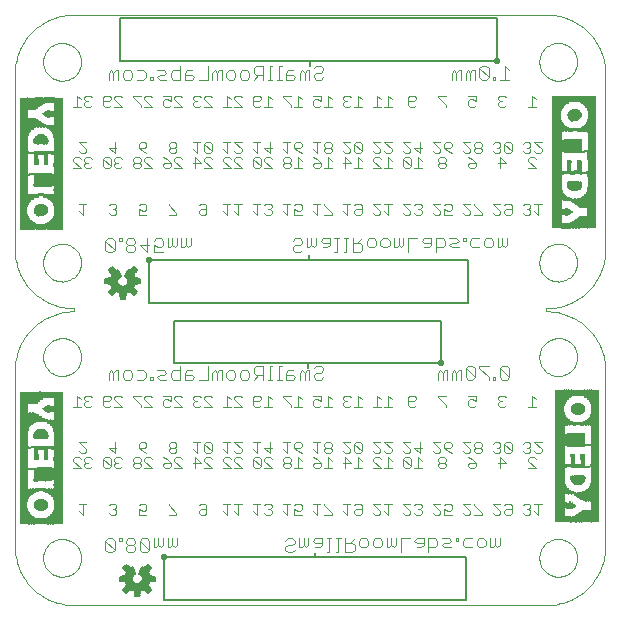
<source format=gbo>
G75*
G70*
%OFA0B0*%
%FSLAX24Y24*%
%IPPOS*%
%LPD*%
%AMOC8*
5,1,8,0,0,1.08239X$1,22.5*
%
%ADD10C,0.0040*%
%ADD11C,0.0000*%
%ADD12C,0.0004*%
%ADD13C,0.0030*%
%ADD14R,0.0010X0.4410*%
%ADD15R,0.0010X0.0540*%
%ADD16R,0.0010X0.3670*%
%ADD17R,0.0010X0.0500*%
%ADD18R,0.0010X0.0440*%
%ADD19R,0.0010X0.0310*%
%ADD20R,0.0010X0.0190*%
%ADD21R,0.0010X0.1370*%
%ADD22R,0.0010X0.0470*%
%ADD23R,0.0010X0.0380*%
%ADD24R,0.0010X0.0070*%
%ADD25R,0.0010X0.0100*%
%ADD26R,0.0010X0.0610*%
%ADD27R,0.0010X0.0420*%
%ADD28R,0.0010X0.0450*%
%ADD29R,0.0010X0.0350*%
%ADD30R,0.0010X0.0570*%
%ADD31R,0.0010X0.0430*%
%ADD32R,0.0010X0.0320*%
%ADD33R,0.0010X0.0410*%
%ADD34R,0.0010X0.0520*%
%ADD35R,0.0010X0.0390*%
%ADD36R,0.0010X0.0290*%
%ADD37R,0.0010X0.0090*%
%ADD38R,0.0010X0.0280*%
%ADD39R,0.0010X0.0480*%
%ADD40R,0.0010X0.0370*%
%ADD41R,0.0010X0.0260*%
%ADD42R,0.0010X0.0060*%
%ADD43R,0.0010X0.0250*%
%ADD44R,0.0010X0.0460*%
%ADD45R,0.0010X0.0340*%
%ADD46R,0.0010X0.0240*%
%ADD47R,0.0010X0.0330*%
%ADD48R,0.0010X0.0230*%
%ADD49R,0.0010X0.0220*%
%ADD50R,0.0010X0.0210*%
%ADD51R,0.0010X0.0080*%
%ADD52R,0.0010X0.0300*%
%ADD53R,0.0010X0.0200*%
%ADD54R,0.0010X0.0400*%
%ADD55R,0.0010X0.0180*%
%ADD56R,0.0010X0.0270*%
%ADD57R,0.0010X0.0170*%
%ADD58R,0.0010X0.0160*%
%ADD59R,0.0010X0.0050*%
%ADD60R,0.0010X0.0360*%
%ADD61R,0.0010X0.0150*%
%ADD62R,0.0010X0.0040*%
%ADD63R,0.0010X0.0130*%
%ADD64R,0.0010X0.0140*%
%ADD65R,0.0010X0.0120*%
%ADD66R,0.0010X0.0110*%
%ADD67R,0.0010X0.0010*%
%ADD68R,0.0010X0.0030*%
%ADD69R,0.0010X0.3630*%
%ADD70C,0.0050*%
%ADD71C,0.0223*%
%ADD72C,0.0059*%
D10*
X003131Y001957D02*
X003208Y001881D01*
X003361Y001881D01*
X003438Y001957D01*
X003131Y002264D01*
X003208Y002341D01*
X003361Y002341D01*
X003438Y002264D01*
X003438Y001957D01*
X003131Y001957D02*
X003131Y002264D01*
X003591Y002264D02*
X003668Y002264D01*
X003668Y002341D01*
X003591Y002341D01*
X003591Y002264D01*
X003821Y002264D02*
X003821Y002187D01*
X003898Y002111D01*
X004052Y002111D01*
X004128Y002187D01*
X004128Y002264D01*
X004052Y002341D01*
X003898Y002341D01*
X003821Y002264D01*
X003898Y002111D02*
X003821Y002034D01*
X003821Y001957D01*
X003898Y001881D01*
X004052Y001881D01*
X004128Y001957D01*
X004128Y002034D01*
X004052Y002111D01*
X004282Y002264D02*
X004282Y001957D01*
X004358Y001881D01*
X004512Y001881D01*
X004589Y001957D01*
X004282Y002264D01*
X004358Y002341D01*
X004512Y002341D01*
X004589Y002264D01*
X004589Y001957D01*
X004742Y002034D02*
X004819Y002034D01*
X004896Y002111D01*
X004972Y002034D01*
X005049Y002111D01*
X005049Y002341D01*
X005202Y002341D02*
X005202Y002034D01*
X005279Y002034D01*
X005356Y002111D01*
X005433Y002034D01*
X005509Y002111D01*
X005509Y002341D01*
X005356Y002341D02*
X005356Y002111D01*
X004896Y002111D02*
X004896Y002341D01*
X004742Y002341D02*
X004742Y002034D01*
X009131Y001957D02*
X009131Y002034D01*
X009208Y002111D01*
X009361Y002111D01*
X009438Y002187D01*
X009438Y002264D01*
X009361Y002341D01*
X009208Y002341D01*
X009131Y002264D01*
X009131Y001957D02*
X009208Y001881D01*
X009361Y001881D01*
X009438Y001957D01*
X009591Y002034D02*
X009668Y002034D01*
X009745Y002111D01*
X009821Y002034D01*
X009898Y002111D01*
X009898Y002341D01*
X009745Y002341D02*
X009745Y002111D01*
X009591Y002034D02*
X009591Y002341D01*
X010052Y002264D02*
X010128Y002187D01*
X010358Y002187D01*
X010358Y002111D02*
X010358Y002341D01*
X010128Y002341D01*
X010052Y002264D01*
X010128Y002034D02*
X010282Y002034D01*
X010358Y002111D01*
X010512Y002341D02*
X010665Y002341D01*
X010589Y002341D02*
X010589Y001881D01*
X010512Y001881D01*
X010819Y001881D02*
X010896Y001881D01*
X010896Y002341D01*
X010972Y002341D02*
X010819Y002341D01*
X011126Y002341D02*
X011126Y001881D01*
X011356Y001881D01*
X011433Y001957D01*
X011433Y002111D01*
X011356Y002187D01*
X011126Y002187D01*
X011279Y002187D02*
X011433Y002341D01*
X011586Y002264D02*
X011586Y002111D01*
X011663Y002034D01*
X011816Y002034D01*
X011893Y002111D01*
X011893Y002264D01*
X011816Y002341D01*
X011663Y002341D01*
X011586Y002264D01*
X012046Y002264D02*
X012046Y002111D01*
X012123Y002034D01*
X012277Y002034D01*
X012353Y002111D01*
X012353Y002264D01*
X012277Y002341D01*
X012123Y002341D01*
X012046Y002264D01*
X012507Y002341D02*
X012507Y002034D01*
X012583Y002034D01*
X012660Y002111D01*
X012737Y002034D01*
X012814Y002111D01*
X012814Y002341D01*
X012967Y002341D02*
X013274Y002341D01*
X013427Y002264D02*
X013504Y002187D01*
X013734Y002187D01*
X013734Y002111D02*
X013734Y002341D01*
X013504Y002341D01*
X013427Y002264D01*
X013504Y002034D02*
X013658Y002034D01*
X013734Y002111D01*
X013888Y002034D02*
X014118Y002034D01*
X014195Y002111D01*
X014195Y002264D01*
X014118Y002341D01*
X013888Y002341D01*
X013888Y001881D01*
X014348Y002111D02*
X014425Y002034D01*
X014655Y002034D01*
X014578Y002187D02*
X014425Y002187D01*
X014348Y002111D01*
X014348Y002341D02*
X014578Y002341D01*
X014655Y002264D01*
X014578Y002187D01*
X014809Y002264D02*
X014885Y002264D01*
X014885Y002341D01*
X014809Y002341D01*
X014809Y002264D01*
X015039Y002264D02*
X015039Y002111D01*
X015115Y002034D01*
X015346Y002034D01*
X015499Y002111D02*
X015499Y002264D01*
X015576Y002341D01*
X015729Y002341D01*
X015806Y002264D01*
X015806Y002111D01*
X015729Y002034D01*
X015576Y002034D01*
X015499Y002111D01*
X015346Y002341D02*
X015115Y002341D01*
X015039Y002264D01*
X015959Y002341D02*
X015959Y002034D01*
X016036Y002034D01*
X016113Y002111D01*
X016190Y002034D01*
X016266Y002111D01*
X016266Y002341D01*
X016113Y002341D02*
X016113Y002111D01*
X012967Y001881D02*
X012967Y002341D01*
X012660Y002341D02*
X012660Y002111D01*
X014212Y007631D02*
X014212Y007861D01*
X014289Y007938D01*
X014366Y007861D01*
X014366Y007631D01*
X014519Y007631D02*
X014519Y007938D01*
X014443Y007938D01*
X014366Y007861D01*
X014673Y007861D02*
X014673Y007631D01*
X014826Y007631D02*
X014826Y007861D01*
X014749Y007938D01*
X014673Y007861D01*
X014826Y007861D02*
X014903Y007938D01*
X014980Y007938D01*
X014980Y007631D01*
X015133Y007708D02*
X015210Y007631D01*
X015363Y007631D01*
X015440Y007708D01*
X015133Y008014D01*
X015133Y007708D01*
X015440Y007708D02*
X015440Y008014D01*
X015363Y008091D01*
X015210Y008091D01*
X015133Y008014D01*
X015593Y008014D02*
X015900Y007708D01*
X015900Y007631D01*
X016054Y007631D02*
X016131Y007631D01*
X016131Y007708D01*
X016054Y007708D01*
X016054Y007631D01*
X016284Y007708D02*
X016361Y007631D01*
X016514Y007631D01*
X016591Y007708D01*
X016284Y008014D01*
X016284Y007708D01*
X016284Y008014D02*
X016361Y008091D01*
X016514Y008091D01*
X016591Y008014D01*
X016591Y007708D01*
X015900Y008091D02*
X015593Y008091D01*
X015593Y008014D01*
X014138Y011881D02*
X014138Y012341D01*
X014368Y012341D01*
X014445Y012264D01*
X014445Y012111D01*
X014368Y012034D01*
X014138Y012034D01*
X013984Y012111D02*
X013984Y012341D01*
X013754Y012341D01*
X013677Y012264D01*
X013754Y012187D01*
X013984Y012187D01*
X013984Y012111D02*
X013908Y012034D01*
X013754Y012034D01*
X013524Y012341D02*
X013217Y012341D01*
X013217Y011881D01*
X013064Y012111D02*
X013064Y012341D01*
X012910Y012341D02*
X012910Y012111D01*
X012987Y012034D01*
X013064Y012111D01*
X012910Y012111D02*
X012833Y012034D01*
X012757Y012034D01*
X012757Y012341D01*
X012603Y012264D02*
X012603Y012111D01*
X012527Y012034D01*
X012373Y012034D01*
X012296Y012111D01*
X012296Y012264D01*
X012373Y012341D01*
X012527Y012341D01*
X012603Y012264D01*
X012143Y012264D02*
X012143Y012111D01*
X012066Y012034D01*
X011913Y012034D01*
X011836Y012111D01*
X011836Y012264D01*
X011913Y012341D01*
X012066Y012341D01*
X012143Y012264D01*
X011683Y012341D02*
X011529Y012187D01*
X011606Y012187D02*
X011376Y012187D01*
X011376Y012341D02*
X011376Y011881D01*
X011606Y011881D01*
X011683Y011957D01*
X011683Y012111D01*
X011606Y012187D01*
X011222Y012341D02*
X011069Y012341D01*
X011146Y012341D02*
X011146Y011881D01*
X011069Y011881D01*
X010839Y011881D02*
X010839Y012341D01*
X010915Y012341D02*
X010762Y012341D01*
X010608Y012341D02*
X010608Y012111D01*
X010532Y012034D01*
X010378Y012034D01*
X010378Y012187D02*
X010302Y012264D01*
X010378Y012341D01*
X010608Y012341D01*
X010608Y012187D02*
X010378Y012187D01*
X010148Y012111D02*
X010148Y012341D01*
X009995Y012341D02*
X009995Y012111D01*
X010071Y012034D01*
X010148Y012111D01*
X009995Y012111D02*
X009918Y012034D01*
X009841Y012034D01*
X009841Y012341D01*
X009688Y012264D02*
X009611Y012341D01*
X009458Y012341D01*
X009381Y012264D01*
X009458Y012111D02*
X009611Y012111D01*
X009688Y012187D01*
X009688Y012264D01*
X009458Y012111D02*
X009381Y012034D01*
X009381Y011957D01*
X009458Y011881D01*
X009611Y011881D01*
X009688Y011957D01*
X010762Y011881D02*
X010839Y011881D01*
X014598Y012111D02*
X014675Y012034D01*
X014905Y012034D01*
X014828Y012187D02*
X014675Y012187D01*
X014598Y012111D01*
X014598Y012341D02*
X014828Y012341D01*
X014905Y012264D01*
X014828Y012187D01*
X015059Y012264D02*
X015135Y012264D01*
X015135Y012341D01*
X015059Y012341D01*
X015059Y012264D01*
X015289Y012264D02*
X015289Y012111D01*
X015365Y012034D01*
X015596Y012034D01*
X015749Y012111D02*
X015749Y012264D01*
X015826Y012341D01*
X015979Y012341D01*
X016056Y012264D01*
X016056Y012111D01*
X015979Y012034D01*
X015826Y012034D01*
X015749Y012111D01*
X015596Y012341D02*
X015365Y012341D01*
X015289Y012264D01*
X016209Y012341D02*
X016209Y012034D01*
X016286Y012034D01*
X016363Y012111D01*
X016440Y012034D01*
X016516Y012111D01*
X016516Y012341D01*
X016363Y012341D02*
X016363Y012111D01*
X016437Y017631D02*
X016437Y018091D01*
X016591Y017938D01*
X016591Y017631D02*
X016284Y017631D01*
X016131Y017631D02*
X016054Y017631D01*
X016054Y017708D01*
X016131Y017708D01*
X016131Y017631D01*
X015900Y017708D02*
X015900Y018014D01*
X015824Y018091D01*
X015670Y018091D01*
X015593Y018014D01*
X015900Y017708D01*
X015824Y017631D01*
X015670Y017631D01*
X015593Y017708D01*
X015593Y018014D01*
X015440Y017938D02*
X015363Y017938D01*
X015287Y017861D01*
X015210Y017938D01*
X015133Y017861D01*
X015133Y017631D01*
X014980Y017631D02*
X014980Y017938D01*
X014903Y017938D01*
X014826Y017861D01*
X014749Y017938D01*
X014673Y017861D01*
X014673Y017631D01*
X014826Y017631D02*
X014826Y017861D01*
X015287Y017861D02*
X015287Y017631D01*
X015440Y017631D02*
X015440Y017938D01*
X010380Y017938D02*
X010304Y017861D01*
X010150Y017861D01*
X010074Y017784D01*
X010074Y017708D01*
X010150Y017631D01*
X010304Y017631D01*
X010380Y017708D01*
X010380Y017938D02*
X010380Y018014D01*
X010304Y018091D01*
X010150Y018091D01*
X010074Y018014D01*
X009920Y017938D02*
X009843Y017938D01*
X009767Y017861D01*
X009690Y017938D01*
X009613Y017861D01*
X009613Y017631D01*
X009767Y017631D02*
X009767Y017861D01*
X009920Y017938D02*
X009920Y017631D01*
X009460Y017708D02*
X009383Y017784D01*
X009153Y017784D01*
X009153Y017861D02*
X009153Y017631D01*
X009383Y017631D01*
X009460Y017708D01*
X009383Y017938D02*
X009230Y017938D01*
X009153Y017861D01*
X008999Y017631D02*
X008846Y017631D01*
X008923Y017631D02*
X008923Y018091D01*
X008999Y018091D01*
X008692Y018091D02*
X008616Y018091D01*
X008616Y017631D01*
X008692Y017631D02*
X008539Y017631D01*
X008386Y017631D02*
X008386Y018091D01*
X008155Y018091D01*
X008079Y018014D01*
X008079Y017861D01*
X008155Y017784D01*
X008386Y017784D01*
X008232Y017784D02*
X008079Y017631D01*
X007925Y017708D02*
X007925Y017861D01*
X007849Y017938D01*
X007695Y017938D01*
X007618Y017861D01*
X007618Y017708D01*
X007695Y017631D01*
X007849Y017631D01*
X007925Y017708D01*
X007465Y017708D02*
X007388Y017631D01*
X007235Y017631D01*
X007158Y017708D01*
X007158Y017861D01*
X007235Y017938D01*
X007388Y017938D01*
X007465Y017861D01*
X007465Y017708D01*
X007004Y017631D02*
X007004Y017938D01*
X006928Y017938D01*
X006851Y017861D01*
X006774Y017938D01*
X006698Y017861D01*
X006698Y017631D01*
X006851Y017631D02*
X006851Y017861D01*
X006544Y017631D02*
X006237Y017631D01*
X006084Y017708D02*
X006007Y017784D01*
X005777Y017784D01*
X005777Y017861D02*
X005777Y017631D01*
X006007Y017631D01*
X006084Y017708D01*
X005854Y017938D02*
X005777Y017861D01*
X005854Y017938D02*
X006007Y017938D01*
X005623Y017938D02*
X005393Y017938D01*
X005317Y017861D01*
X005317Y017708D01*
X005393Y017631D01*
X005623Y017631D01*
X005623Y018091D01*
X005163Y017861D02*
X005086Y017938D01*
X004856Y017938D01*
X004933Y017784D02*
X005086Y017784D01*
X005163Y017861D01*
X005163Y017631D02*
X004933Y017631D01*
X004856Y017708D01*
X004933Y017784D01*
X004703Y017708D02*
X004626Y017708D01*
X004626Y017631D01*
X004703Y017631D01*
X004703Y017708D01*
X004473Y017708D02*
X004473Y017861D01*
X004396Y017938D01*
X004166Y017938D01*
X004012Y017861D02*
X004012Y017708D01*
X003936Y017631D01*
X003782Y017631D01*
X003705Y017708D01*
X003705Y017861D01*
X003782Y017938D01*
X003936Y017938D01*
X004012Y017861D01*
X004166Y017631D02*
X004396Y017631D01*
X004473Y017708D01*
X003552Y017631D02*
X003552Y017938D01*
X003475Y017938D01*
X003398Y017861D01*
X003322Y017938D01*
X003245Y017861D01*
X003245Y017631D01*
X003398Y017631D02*
X003398Y017861D01*
X006544Y018091D02*
X006544Y017631D01*
X005970Y012341D02*
X005970Y012111D01*
X005893Y012034D01*
X005816Y012111D01*
X005816Y012341D01*
X005663Y012341D02*
X005663Y012034D01*
X005739Y012034D01*
X005816Y012111D01*
X005509Y012111D02*
X005509Y012341D01*
X005356Y012341D02*
X005356Y012111D01*
X005433Y012034D01*
X005509Y012111D01*
X005356Y012111D02*
X005279Y012034D01*
X005202Y012034D01*
X005202Y012341D01*
X005049Y012264D02*
X005049Y012111D01*
X004972Y012034D01*
X004896Y012034D01*
X004742Y012111D01*
X004742Y011881D01*
X005049Y011881D01*
X005049Y012264D02*
X004972Y012341D01*
X004819Y012341D01*
X004742Y012264D01*
X004589Y012111D02*
X004282Y012111D01*
X004512Y011881D01*
X004512Y012341D01*
X004128Y012264D02*
X004052Y012341D01*
X003898Y012341D01*
X003821Y012264D01*
X003821Y012187D01*
X003898Y012111D01*
X004052Y012111D01*
X004128Y012187D01*
X004128Y012264D01*
X004052Y012111D02*
X004128Y012034D01*
X004128Y011957D01*
X004052Y011881D01*
X003898Y011881D01*
X003821Y011957D01*
X003821Y012034D01*
X003898Y012111D01*
X003668Y012264D02*
X003668Y012341D01*
X003591Y012341D01*
X003591Y012264D01*
X003668Y012264D01*
X003438Y012264D02*
X003438Y011957D01*
X003131Y012264D01*
X003208Y012341D01*
X003361Y012341D01*
X003438Y012264D01*
X003438Y011957D02*
X003361Y011881D01*
X003208Y011881D01*
X003131Y011957D01*
X003131Y012264D01*
X005623Y008091D02*
X005623Y007631D01*
X005393Y007631D01*
X005317Y007708D01*
X005317Y007861D01*
X005393Y007938D01*
X005623Y007938D01*
X005777Y007861D02*
X005777Y007631D01*
X006007Y007631D01*
X006084Y007708D01*
X006007Y007784D01*
X005777Y007784D01*
X005777Y007861D02*
X005854Y007938D01*
X006007Y007938D01*
X006237Y007631D02*
X006544Y007631D01*
X006544Y008091D01*
X006698Y007861D02*
X006698Y007631D01*
X006851Y007631D02*
X006851Y007861D01*
X006774Y007938D01*
X006698Y007861D01*
X006851Y007861D02*
X006928Y007938D01*
X007004Y007938D01*
X007004Y007631D01*
X007158Y007708D02*
X007158Y007861D01*
X007235Y007938D01*
X007388Y007938D01*
X007465Y007861D01*
X007465Y007708D01*
X007388Y007631D01*
X007235Y007631D01*
X007158Y007708D01*
X007618Y007708D02*
X007618Y007861D01*
X007695Y007938D01*
X007849Y007938D01*
X007925Y007861D01*
X007925Y007708D01*
X007849Y007631D01*
X007695Y007631D01*
X007618Y007708D01*
X008079Y007631D02*
X008232Y007784D01*
X008155Y007784D02*
X008386Y007784D01*
X008386Y007631D02*
X008386Y008091D01*
X008155Y008091D01*
X008079Y008014D01*
X008079Y007861D01*
X008155Y007784D01*
X008539Y007631D02*
X008692Y007631D01*
X008616Y007631D02*
X008616Y008091D01*
X008692Y008091D01*
X008923Y008091D02*
X008923Y007631D01*
X008999Y007631D02*
X008846Y007631D01*
X009153Y007631D02*
X009153Y007861D01*
X009230Y007938D01*
X009383Y007938D01*
X009383Y007784D02*
X009153Y007784D01*
X009153Y007631D02*
X009383Y007631D01*
X009460Y007708D01*
X009383Y007784D01*
X009613Y007861D02*
X009613Y007631D01*
X009767Y007631D02*
X009767Y007861D01*
X009690Y007938D01*
X009613Y007861D01*
X009767Y007861D02*
X009843Y007938D01*
X009920Y007938D01*
X009920Y007631D01*
X010074Y007708D02*
X010074Y007784D01*
X010150Y007861D01*
X010304Y007861D01*
X010380Y007938D01*
X010380Y008014D01*
X010304Y008091D01*
X010150Y008091D01*
X010074Y008014D01*
X010074Y007708D02*
X010150Y007631D01*
X010304Y007631D01*
X010380Y007708D01*
X008999Y008091D02*
X008923Y008091D01*
X005163Y007861D02*
X005086Y007938D01*
X004856Y007938D01*
X004933Y007784D02*
X005086Y007784D01*
X005163Y007861D01*
X005163Y007631D02*
X004933Y007631D01*
X004856Y007708D01*
X004933Y007784D01*
X004703Y007708D02*
X004626Y007708D01*
X004626Y007631D01*
X004703Y007631D01*
X004703Y007708D01*
X004473Y007708D02*
X004473Y007861D01*
X004396Y007938D01*
X004166Y007938D01*
X004012Y007861D02*
X004012Y007708D01*
X003936Y007631D01*
X003782Y007631D01*
X003705Y007708D01*
X003705Y007861D01*
X003782Y007938D01*
X003936Y007938D01*
X004012Y007861D01*
X004166Y007631D02*
X004396Y007631D01*
X004473Y007708D01*
X003552Y007631D02*
X003552Y007938D01*
X003475Y007938D01*
X003398Y007861D01*
X003322Y007938D01*
X003245Y007861D01*
X003245Y007631D01*
X003398Y007631D02*
X003398Y007861D01*
D11*
X001056Y001686D02*
X001058Y001736D01*
X001064Y001786D01*
X001074Y001835D01*
X001088Y001883D01*
X001105Y001930D01*
X001126Y001975D01*
X001151Y002019D01*
X001179Y002060D01*
X001211Y002099D01*
X001245Y002136D01*
X001282Y002170D01*
X001322Y002200D01*
X001364Y002227D01*
X001408Y002251D01*
X001454Y002272D01*
X001501Y002288D01*
X001549Y002301D01*
X001599Y002310D01*
X001648Y002315D01*
X001699Y002316D01*
X001749Y002313D01*
X001798Y002306D01*
X001847Y002295D01*
X001895Y002280D01*
X001941Y002262D01*
X001986Y002240D01*
X002029Y002214D01*
X002070Y002185D01*
X002109Y002153D01*
X002145Y002118D01*
X002177Y002080D01*
X002207Y002040D01*
X002234Y001997D01*
X002257Y001953D01*
X002276Y001907D01*
X002292Y001859D01*
X002304Y001810D01*
X002312Y001761D01*
X002316Y001711D01*
X002316Y001661D01*
X002312Y001611D01*
X002304Y001562D01*
X002292Y001513D01*
X002276Y001465D01*
X002257Y001419D01*
X002234Y001375D01*
X002207Y001332D01*
X002177Y001292D01*
X002145Y001254D01*
X002109Y001219D01*
X002070Y001187D01*
X002029Y001158D01*
X001986Y001132D01*
X001941Y001110D01*
X001895Y001092D01*
X001847Y001077D01*
X001798Y001066D01*
X001749Y001059D01*
X001699Y001056D01*
X001648Y001057D01*
X001599Y001062D01*
X001549Y001071D01*
X001501Y001084D01*
X001454Y001100D01*
X001408Y001121D01*
X001364Y001145D01*
X001322Y001172D01*
X001282Y001202D01*
X001245Y001236D01*
X001211Y001273D01*
X001179Y001312D01*
X001151Y001353D01*
X001126Y001397D01*
X001105Y001442D01*
X001088Y001489D01*
X001074Y001537D01*
X001064Y001586D01*
X001058Y001636D01*
X001056Y001686D01*
X001056Y008379D02*
X001058Y008429D01*
X001064Y008479D01*
X001074Y008528D01*
X001088Y008576D01*
X001105Y008623D01*
X001126Y008668D01*
X001151Y008712D01*
X001179Y008753D01*
X001211Y008792D01*
X001245Y008829D01*
X001282Y008863D01*
X001322Y008893D01*
X001364Y008920D01*
X001408Y008944D01*
X001454Y008965D01*
X001501Y008981D01*
X001549Y008994D01*
X001599Y009003D01*
X001648Y009008D01*
X001699Y009009D01*
X001749Y009006D01*
X001798Y008999D01*
X001847Y008988D01*
X001895Y008973D01*
X001941Y008955D01*
X001986Y008933D01*
X002029Y008907D01*
X002070Y008878D01*
X002109Y008846D01*
X002145Y008811D01*
X002177Y008773D01*
X002207Y008733D01*
X002234Y008690D01*
X002257Y008646D01*
X002276Y008600D01*
X002292Y008552D01*
X002304Y008503D01*
X002312Y008454D01*
X002316Y008404D01*
X002316Y008354D01*
X002312Y008304D01*
X002304Y008255D01*
X002292Y008206D01*
X002276Y008158D01*
X002257Y008112D01*
X002234Y008068D01*
X002207Y008025D01*
X002177Y007985D01*
X002145Y007947D01*
X002109Y007912D01*
X002070Y007880D01*
X002029Y007851D01*
X001986Y007825D01*
X001941Y007803D01*
X001895Y007785D01*
X001847Y007770D01*
X001798Y007759D01*
X001749Y007752D01*
X001699Y007749D01*
X001648Y007750D01*
X001599Y007755D01*
X001549Y007764D01*
X001501Y007777D01*
X001454Y007793D01*
X001408Y007814D01*
X001364Y007838D01*
X001322Y007865D01*
X001282Y007895D01*
X001245Y007929D01*
X001211Y007966D01*
X001179Y008005D01*
X001151Y008046D01*
X001126Y008090D01*
X001105Y008135D01*
X001088Y008182D01*
X001074Y008230D01*
X001064Y008279D01*
X001058Y008329D01*
X001056Y008379D01*
X001056Y011528D02*
X001058Y011578D01*
X001064Y011628D01*
X001074Y011677D01*
X001088Y011725D01*
X001105Y011772D01*
X001126Y011817D01*
X001151Y011861D01*
X001179Y011902D01*
X001211Y011941D01*
X001245Y011978D01*
X001282Y012012D01*
X001322Y012042D01*
X001364Y012069D01*
X001408Y012093D01*
X001454Y012114D01*
X001501Y012130D01*
X001549Y012143D01*
X001599Y012152D01*
X001648Y012157D01*
X001699Y012158D01*
X001749Y012155D01*
X001798Y012148D01*
X001847Y012137D01*
X001895Y012122D01*
X001941Y012104D01*
X001986Y012082D01*
X002029Y012056D01*
X002070Y012027D01*
X002109Y011995D01*
X002145Y011960D01*
X002177Y011922D01*
X002207Y011882D01*
X002234Y011839D01*
X002257Y011795D01*
X002276Y011749D01*
X002292Y011701D01*
X002304Y011652D01*
X002312Y011603D01*
X002316Y011553D01*
X002316Y011503D01*
X002312Y011453D01*
X002304Y011404D01*
X002292Y011355D01*
X002276Y011307D01*
X002257Y011261D01*
X002234Y011217D01*
X002207Y011174D01*
X002177Y011134D01*
X002145Y011096D01*
X002109Y011061D01*
X002070Y011029D01*
X002029Y011000D01*
X001986Y010974D01*
X001941Y010952D01*
X001895Y010934D01*
X001847Y010919D01*
X001798Y010908D01*
X001749Y010901D01*
X001699Y010898D01*
X001648Y010899D01*
X001599Y010904D01*
X001549Y010913D01*
X001501Y010926D01*
X001454Y010942D01*
X001408Y010963D01*
X001364Y010987D01*
X001322Y011014D01*
X001282Y011044D01*
X001245Y011078D01*
X001211Y011115D01*
X001179Y011154D01*
X001151Y011195D01*
X001126Y011239D01*
X001105Y011284D01*
X001088Y011331D01*
X001074Y011379D01*
X001064Y011428D01*
X001058Y011478D01*
X001056Y011528D01*
X001056Y018221D02*
X001058Y018271D01*
X001064Y018321D01*
X001074Y018370D01*
X001088Y018418D01*
X001105Y018465D01*
X001126Y018510D01*
X001151Y018554D01*
X001179Y018595D01*
X001211Y018634D01*
X001245Y018671D01*
X001282Y018705D01*
X001322Y018735D01*
X001364Y018762D01*
X001408Y018786D01*
X001454Y018807D01*
X001501Y018823D01*
X001549Y018836D01*
X001599Y018845D01*
X001648Y018850D01*
X001699Y018851D01*
X001749Y018848D01*
X001798Y018841D01*
X001847Y018830D01*
X001895Y018815D01*
X001941Y018797D01*
X001986Y018775D01*
X002029Y018749D01*
X002070Y018720D01*
X002109Y018688D01*
X002145Y018653D01*
X002177Y018615D01*
X002207Y018575D01*
X002234Y018532D01*
X002257Y018488D01*
X002276Y018442D01*
X002292Y018394D01*
X002304Y018345D01*
X002312Y018296D01*
X002316Y018246D01*
X002316Y018196D01*
X002312Y018146D01*
X002304Y018097D01*
X002292Y018048D01*
X002276Y018000D01*
X002257Y017954D01*
X002234Y017910D01*
X002207Y017867D01*
X002177Y017827D01*
X002145Y017789D01*
X002109Y017754D01*
X002070Y017722D01*
X002029Y017693D01*
X001986Y017667D01*
X001941Y017645D01*
X001895Y017627D01*
X001847Y017612D01*
X001798Y017601D01*
X001749Y017594D01*
X001699Y017591D01*
X001648Y017592D01*
X001599Y017597D01*
X001549Y017606D01*
X001501Y017619D01*
X001454Y017635D01*
X001408Y017656D01*
X001364Y017680D01*
X001322Y017707D01*
X001282Y017737D01*
X001245Y017771D01*
X001211Y017808D01*
X001179Y017847D01*
X001151Y017888D01*
X001126Y017932D01*
X001105Y017977D01*
X001088Y018024D01*
X001074Y018072D01*
X001064Y018121D01*
X001058Y018171D01*
X001056Y018221D01*
X017591Y018221D02*
X017593Y018271D01*
X017599Y018321D01*
X017609Y018370D01*
X017623Y018418D01*
X017640Y018465D01*
X017661Y018510D01*
X017686Y018554D01*
X017714Y018595D01*
X017746Y018634D01*
X017780Y018671D01*
X017817Y018705D01*
X017857Y018735D01*
X017899Y018762D01*
X017943Y018786D01*
X017989Y018807D01*
X018036Y018823D01*
X018084Y018836D01*
X018134Y018845D01*
X018183Y018850D01*
X018234Y018851D01*
X018284Y018848D01*
X018333Y018841D01*
X018382Y018830D01*
X018430Y018815D01*
X018476Y018797D01*
X018521Y018775D01*
X018564Y018749D01*
X018605Y018720D01*
X018644Y018688D01*
X018680Y018653D01*
X018712Y018615D01*
X018742Y018575D01*
X018769Y018532D01*
X018792Y018488D01*
X018811Y018442D01*
X018827Y018394D01*
X018839Y018345D01*
X018847Y018296D01*
X018851Y018246D01*
X018851Y018196D01*
X018847Y018146D01*
X018839Y018097D01*
X018827Y018048D01*
X018811Y018000D01*
X018792Y017954D01*
X018769Y017910D01*
X018742Y017867D01*
X018712Y017827D01*
X018680Y017789D01*
X018644Y017754D01*
X018605Y017722D01*
X018564Y017693D01*
X018521Y017667D01*
X018476Y017645D01*
X018430Y017627D01*
X018382Y017612D01*
X018333Y017601D01*
X018284Y017594D01*
X018234Y017591D01*
X018183Y017592D01*
X018134Y017597D01*
X018084Y017606D01*
X018036Y017619D01*
X017989Y017635D01*
X017943Y017656D01*
X017899Y017680D01*
X017857Y017707D01*
X017817Y017737D01*
X017780Y017771D01*
X017746Y017808D01*
X017714Y017847D01*
X017686Y017888D01*
X017661Y017932D01*
X017640Y017977D01*
X017623Y018024D01*
X017609Y018072D01*
X017599Y018121D01*
X017593Y018171D01*
X017591Y018221D01*
X017591Y011528D02*
X017593Y011578D01*
X017599Y011628D01*
X017609Y011677D01*
X017623Y011725D01*
X017640Y011772D01*
X017661Y011817D01*
X017686Y011861D01*
X017714Y011902D01*
X017746Y011941D01*
X017780Y011978D01*
X017817Y012012D01*
X017857Y012042D01*
X017899Y012069D01*
X017943Y012093D01*
X017989Y012114D01*
X018036Y012130D01*
X018084Y012143D01*
X018134Y012152D01*
X018183Y012157D01*
X018234Y012158D01*
X018284Y012155D01*
X018333Y012148D01*
X018382Y012137D01*
X018430Y012122D01*
X018476Y012104D01*
X018521Y012082D01*
X018564Y012056D01*
X018605Y012027D01*
X018644Y011995D01*
X018680Y011960D01*
X018712Y011922D01*
X018742Y011882D01*
X018769Y011839D01*
X018792Y011795D01*
X018811Y011749D01*
X018827Y011701D01*
X018839Y011652D01*
X018847Y011603D01*
X018851Y011553D01*
X018851Y011503D01*
X018847Y011453D01*
X018839Y011404D01*
X018827Y011355D01*
X018811Y011307D01*
X018792Y011261D01*
X018769Y011217D01*
X018742Y011174D01*
X018712Y011134D01*
X018680Y011096D01*
X018644Y011061D01*
X018605Y011029D01*
X018564Y011000D01*
X018521Y010974D01*
X018476Y010952D01*
X018430Y010934D01*
X018382Y010919D01*
X018333Y010908D01*
X018284Y010901D01*
X018234Y010898D01*
X018183Y010899D01*
X018134Y010904D01*
X018084Y010913D01*
X018036Y010926D01*
X017989Y010942D01*
X017943Y010963D01*
X017899Y010987D01*
X017857Y011014D01*
X017817Y011044D01*
X017780Y011078D01*
X017746Y011115D01*
X017714Y011154D01*
X017686Y011195D01*
X017661Y011239D01*
X017640Y011284D01*
X017623Y011331D01*
X017609Y011379D01*
X017599Y011428D01*
X017593Y011478D01*
X017591Y011528D01*
X017591Y008379D02*
X017593Y008429D01*
X017599Y008479D01*
X017609Y008528D01*
X017623Y008576D01*
X017640Y008623D01*
X017661Y008668D01*
X017686Y008712D01*
X017714Y008753D01*
X017746Y008792D01*
X017780Y008829D01*
X017817Y008863D01*
X017857Y008893D01*
X017899Y008920D01*
X017943Y008944D01*
X017989Y008965D01*
X018036Y008981D01*
X018084Y008994D01*
X018134Y009003D01*
X018183Y009008D01*
X018234Y009009D01*
X018284Y009006D01*
X018333Y008999D01*
X018382Y008988D01*
X018430Y008973D01*
X018476Y008955D01*
X018521Y008933D01*
X018564Y008907D01*
X018605Y008878D01*
X018644Y008846D01*
X018680Y008811D01*
X018712Y008773D01*
X018742Y008733D01*
X018769Y008690D01*
X018792Y008646D01*
X018811Y008600D01*
X018827Y008552D01*
X018839Y008503D01*
X018847Y008454D01*
X018851Y008404D01*
X018851Y008354D01*
X018847Y008304D01*
X018839Y008255D01*
X018827Y008206D01*
X018811Y008158D01*
X018792Y008112D01*
X018769Y008068D01*
X018742Y008025D01*
X018712Y007985D01*
X018680Y007947D01*
X018644Y007912D01*
X018605Y007880D01*
X018564Y007851D01*
X018521Y007825D01*
X018476Y007803D01*
X018430Y007785D01*
X018382Y007770D01*
X018333Y007759D01*
X018284Y007752D01*
X018234Y007749D01*
X018183Y007750D01*
X018134Y007755D01*
X018084Y007764D01*
X018036Y007777D01*
X017989Y007793D01*
X017943Y007814D01*
X017899Y007838D01*
X017857Y007865D01*
X017817Y007895D01*
X017780Y007929D01*
X017746Y007966D01*
X017714Y008005D01*
X017686Y008046D01*
X017661Y008090D01*
X017640Y008135D01*
X017623Y008182D01*
X017609Y008230D01*
X017599Y008279D01*
X017593Y008329D01*
X017591Y008379D01*
X017591Y001686D02*
X017593Y001736D01*
X017599Y001786D01*
X017609Y001835D01*
X017623Y001883D01*
X017640Y001930D01*
X017661Y001975D01*
X017686Y002019D01*
X017714Y002060D01*
X017746Y002099D01*
X017780Y002136D01*
X017817Y002170D01*
X017857Y002200D01*
X017899Y002227D01*
X017943Y002251D01*
X017989Y002272D01*
X018036Y002288D01*
X018084Y002301D01*
X018134Y002310D01*
X018183Y002315D01*
X018234Y002316D01*
X018284Y002313D01*
X018333Y002306D01*
X018382Y002295D01*
X018430Y002280D01*
X018476Y002262D01*
X018521Y002240D01*
X018564Y002214D01*
X018605Y002185D01*
X018644Y002153D01*
X018680Y002118D01*
X018712Y002080D01*
X018742Y002040D01*
X018769Y001997D01*
X018792Y001953D01*
X018811Y001907D01*
X018827Y001859D01*
X018839Y001810D01*
X018847Y001761D01*
X018851Y001711D01*
X018851Y001661D01*
X018847Y001611D01*
X018839Y001562D01*
X018827Y001513D01*
X018811Y001465D01*
X018792Y001419D01*
X018769Y001375D01*
X018742Y001332D01*
X018712Y001292D01*
X018680Y001254D01*
X018644Y001219D01*
X018605Y001187D01*
X018564Y001158D01*
X018521Y001132D01*
X018476Y001110D01*
X018430Y001092D01*
X018382Y001077D01*
X018333Y001066D01*
X018284Y001059D01*
X018234Y001056D01*
X018183Y001057D01*
X018134Y001062D01*
X018084Y001071D01*
X018036Y001084D01*
X017989Y001100D01*
X017943Y001121D01*
X017899Y001145D01*
X017857Y001172D01*
X017817Y001202D01*
X017780Y001236D01*
X017746Y001273D01*
X017714Y001312D01*
X017686Y001353D01*
X017661Y001397D01*
X017640Y001442D01*
X017623Y001489D01*
X017609Y001537D01*
X017599Y001586D01*
X017593Y001636D01*
X017591Y001686D01*
D12*
X017827Y000110D02*
X017921Y000112D01*
X018014Y000119D01*
X018107Y000130D01*
X018200Y000146D01*
X018291Y000166D01*
X018382Y000190D01*
X018471Y000218D01*
X018559Y000251D01*
X018645Y000288D01*
X018729Y000329D01*
X018812Y000374D01*
X018892Y000423D01*
X018969Y000475D01*
X019044Y000531D01*
X019116Y000591D01*
X019186Y000654D01*
X019252Y000720D01*
X019315Y000790D01*
X019375Y000862D01*
X019431Y000937D01*
X019483Y001014D01*
X019532Y001095D01*
X019577Y001177D01*
X019618Y001261D01*
X019655Y001347D01*
X019688Y001435D01*
X019716Y001524D01*
X019740Y001615D01*
X019760Y001706D01*
X019776Y001799D01*
X019787Y001892D01*
X019794Y001985D01*
X019796Y002079D01*
X019796Y007936D01*
X019794Y008030D01*
X019787Y008123D01*
X019776Y008216D01*
X019760Y008309D01*
X019740Y008400D01*
X019716Y008491D01*
X019688Y008580D01*
X019655Y008668D01*
X019618Y008754D01*
X019577Y008838D01*
X019532Y008920D01*
X019483Y009001D01*
X019431Y009078D01*
X019375Y009153D01*
X019315Y009225D01*
X019252Y009295D01*
X019186Y009361D01*
X019116Y009424D01*
X019044Y009484D01*
X018969Y009540D01*
X018892Y009592D01*
X018811Y009641D01*
X018729Y009686D01*
X018645Y009727D01*
X018559Y009764D01*
X018471Y009797D01*
X018382Y009825D01*
X018291Y009849D01*
X018200Y009869D01*
X018107Y009885D01*
X018014Y009896D01*
X017921Y009903D01*
X017827Y009905D01*
X017827Y009904D02*
X017827Y010003D01*
X017827Y010002D02*
X017921Y010004D01*
X018014Y010011D01*
X018107Y010022D01*
X018200Y010038D01*
X018291Y010058D01*
X018382Y010082D01*
X018471Y010110D01*
X018559Y010143D01*
X018645Y010180D01*
X018729Y010221D01*
X018812Y010266D01*
X018892Y010315D01*
X018969Y010367D01*
X019044Y010423D01*
X019116Y010483D01*
X019186Y010546D01*
X019252Y010612D01*
X019315Y010682D01*
X019375Y010754D01*
X019431Y010829D01*
X019483Y010906D01*
X019532Y010987D01*
X019577Y011069D01*
X019618Y011153D01*
X019655Y011239D01*
X019688Y011327D01*
X019716Y011416D01*
X019740Y011507D01*
X019760Y011598D01*
X019776Y011691D01*
X019787Y011784D01*
X019794Y011877D01*
X019796Y011971D01*
X019796Y017827D01*
X019794Y017921D01*
X019787Y018014D01*
X019776Y018107D01*
X019760Y018200D01*
X019740Y018291D01*
X019716Y018382D01*
X019688Y018471D01*
X019655Y018559D01*
X019618Y018645D01*
X019577Y018729D01*
X019532Y018811D01*
X019483Y018892D01*
X019431Y018969D01*
X019375Y019044D01*
X019315Y019116D01*
X019252Y019186D01*
X019186Y019252D01*
X019116Y019315D01*
X019044Y019375D01*
X018969Y019431D01*
X018892Y019483D01*
X018811Y019532D01*
X018729Y019577D01*
X018645Y019618D01*
X018559Y019655D01*
X018471Y019688D01*
X018382Y019716D01*
X018291Y019740D01*
X018200Y019760D01*
X018107Y019776D01*
X018014Y019787D01*
X017921Y019794D01*
X017827Y019796D01*
X002079Y019796D01*
X001985Y019794D01*
X001892Y019787D01*
X001799Y019776D01*
X001706Y019760D01*
X001615Y019740D01*
X001524Y019716D01*
X001435Y019688D01*
X001347Y019655D01*
X001261Y019618D01*
X001177Y019577D01*
X001094Y019532D01*
X001014Y019483D01*
X000937Y019431D01*
X000862Y019375D01*
X000790Y019315D01*
X000720Y019252D01*
X000654Y019186D01*
X000591Y019116D01*
X000531Y019044D01*
X000475Y018969D01*
X000423Y018892D01*
X000374Y018812D01*
X000329Y018729D01*
X000288Y018645D01*
X000251Y018559D01*
X000218Y018471D01*
X000190Y018382D01*
X000166Y018291D01*
X000146Y018200D01*
X000130Y018107D01*
X000119Y018014D01*
X000112Y017921D01*
X000110Y017827D01*
X000111Y017827D02*
X000111Y011971D01*
X000110Y011971D02*
X000112Y011877D01*
X000119Y011784D01*
X000130Y011691D01*
X000146Y011598D01*
X000166Y011507D01*
X000190Y011416D01*
X000218Y011327D01*
X000251Y011239D01*
X000288Y011153D01*
X000329Y011069D01*
X000374Y010987D01*
X000423Y010906D01*
X000475Y010829D01*
X000531Y010754D01*
X000591Y010682D01*
X000654Y010612D01*
X000720Y010546D01*
X000790Y010483D01*
X000862Y010423D01*
X000937Y010367D01*
X001014Y010315D01*
X001094Y010266D01*
X001177Y010221D01*
X001261Y010180D01*
X001347Y010143D01*
X001435Y010110D01*
X001524Y010082D01*
X001615Y010058D01*
X001706Y010038D01*
X001799Y010022D01*
X001892Y010011D01*
X001985Y010004D01*
X002079Y010002D01*
X002079Y010003D02*
X002079Y009904D01*
X002079Y009905D02*
X001985Y009903D01*
X001892Y009896D01*
X001799Y009885D01*
X001706Y009869D01*
X001615Y009849D01*
X001524Y009825D01*
X001435Y009797D01*
X001347Y009764D01*
X001261Y009727D01*
X001177Y009686D01*
X001094Y009641D01*
X001014Y009592D01*
X000937Y009540D01*
X000862Y009484D01*
X000790Y009424D01*
X000720Y009361D01*
X000654Y009295D01*
X000591Y009225D01*
X000531Y009153D01*
X000475Y009078D01*
X000423Y009001D01*
X000374Y008921D01*
X000329Y008838D01*
X000288Y008754D01*
X000251Y008668D01*
X000218Y008580D01*
X000190Y008491D01*
X000166Y008400D01*
X000146Y008309D01*
X000130Y008216D01*
X000119Y008123D01*
X000112Y008030D01*
X000110Y007936D01*
X000111Y007936D02*
X000111Y002079D01*
X000110Y002079D02*
X000112Y001985D01*
X000119Y001892D01*
X000130Y001799D01*
X000146Y001706D01*
X000166Y001615D01*
X000190Y001524D01*
X000218Y001435D01*
X000251Y001347D01*
X000288Y001261D01*
X000329Y001177D01*
X000374Y001095D01*
X000423Y001014D01*
X000475Y000937D01*
X000531Y000862D01*
X000591Y000790D01*
X000654Y000720D01*
X000720Y000654D01*
X000790Y000591D01*
X000862Y000531D01*
X000937Y000475D01*
X001014Y000423D01*
X001094Y000374D01*
X001177Y000329D01*
X001261Y000288D01*
X001347Y000251D01*
X001435Y000218D01*
X001524Y000190D01*
X001615Y000166D01*
X001706Y000146D01*
X001799Y000130D01*
X001892Y000119D01*
X001985Y000112D01*
X002079Y000110D01*
X002079Y000111D02*
X017827Y000111D01*
D13*
X017543Y003126D02*
X017543Y003496D01*
X017666Y003496D02*
X017419Y003496D01*
X017298Y003434D02*
X017298Y003372D01*
X017236Y003311D01*
X017174Y003311D01*
X017236Y003311D02*
X017298Y003249D01*
X017298Y003187D01*
X017236Y003126D01*
X017113Y003126D01*
X017051Y003187D01*
X017051Y003434D02*
X017113Y003496D01*
X017236Y003496D01*
X017298Y003434D01*
X017419Y003249D02*
X017543Y003126D01*
X016666Y003187D02*
X016604Y003126D01*
X016481Y003126D01*
X016419Y003187D01*
X016419Y003249D01*
X016481Y003311D01*
X016666Y003311D01*
X016666Y003434D02*
X016666Y003187D01*
X016666Y003434D02*
X016604Y003496D01*
X016481Y003496D01*
X016419Y003434D01*
X016298Y003496D02*
X016051Y003496D01*
X016298Y003249D01*
X016298Y003187D01*
X016236Y003126D01*
X016113Y003126D01*
X016051Y003187D01*
X015666Y003187D02*
X015666Y003126D01*
X015419Y003126D01*
X015298Y003187D02*
X015236Y003126D01*
X015113Y003126D01*
X015051Y003187D01*
X015298Y003187D02*
X015298Y003249D01*
X015051Y003496D01*
X015298Y003496D01*
X015419Y003496D02*
X015419Y003434D01*
X015666Y003187D01*
X014666Y003126D02*
X014419Y003126D01*
X014419Y003311D01*
X014543Y003249D01*
X014604Y003249D01*
X014666Y003311D01*
X014666Y003434D01*
X014604Y003496D01*
X014481Y003496D01*
X014419Y003434D01*
X014298Y003496D02*
X014051Y003496D01*
X014298Y003249D01*
X014298Y003187D01*
X014236Y003126D01*
X014113Y003126D01*
X014051Y003187D01*
X013666Y003187D02*
X013604Y003126D01*
X013481Y003126D01*
X013419Y003187D01*
X013298Y003187D02*
X013236Y003126D01*
X013113Y003126D01*
X013051Y003187D01*
X013298Y003187D02*
X013298Y003249D01*
X013051Y003496D01*
X013298Y003496D01*
X013419Y003434D02*
X013481Y003496D01*
X013604Y003496D01*
X013666Y003434D01*
X013666Y003372D01*
X013604Y003311D01*
X013543Y003311D01*
X013604Y003311D02*
X013666Y003249D01*
X013666Y003187D01*
X012666Y003496D02*
X012419Y003496D01*
X012298Y003496D02*
X012051Y003496D01*
X012298Y003249D01*
X012298Y003187D01*
X012236Y003126D01*
X012113Y003126D01*
X012051Y003187D01*
X012419Y003249D02*
X012543Y003126D01*
X012543Y003496D01*
X011666Y003434D02*
X011666Y003187D01*
X011604Y003126D01*
X011481Y003126D01*
X011419Y003187D01*
X011419Y003249D01*
X011481Y003311D01*
X011666Y003311D01*
X011666Y003434D02*
X011604Y003496D01*
X011481Y003496D01*
X011419Y003434D01*
X011298Y003496D02*
X011051Y003496D01*
X011174Y003496D02*
X011174Y003126D01*
X011051Y003249D01*
X010666Y003187D02*
X010666Y003126D01*
X010419Y003126D01*
X010174Y003126D02*
X010174Y003496D01*
X010051Y003496D02*
X010298Y003496D01*
X010419Y003496D02*
X010419Y003434D01*
X010666Y003187D01*
X010174Y003126D02*
X010051Y003249D01*
X009666Y003311D02*
X009666Y003434D01*
X009604Y003496D01*
X009481Y003496D01*
X009419Y003434D01*
X009419Y003311D02*
X009543Y003249D01*
X009604Y003249D01*
X009666Y003311D01*
X009666Y003126D02*
X009419Y003126D01*
X009419Y003311D01*
X009298Y003496D02*
X009051Y003496D01*
X009174Y003496D02*
X009174Y003126D01*
X009051Y003249D01*
X008666Y003249D02*
X008604Y003311D01*
X008666Y003372D01*
X008666Y003434D01*
X008604Y003496D01*
X008481Y003496D01*
X008419Y003434D01*
X008298Y003496D02*
X008051Y003496D01*
X008174Y003496D02*
X008174Y003126D01*
X008051Y003249D01*
X008419Y003187D02*
X008481Y003126D01*
X008604Y003126D01*
X008666Y003187D01*
X008666Y003249D01*
X008604Y003311D02*
X008543Y003311D01*
X007666Y003496D02*
X007419Y003496D01*
X007298Y003496D02*
X007051Y003496D01*
X007174Y003496D02*
X007174Y003126D01*
X007051Y003249D01*
X007419Y003249D02*
X007543Y003126D01*
X007543Y003496D01*
X006498Y003434D02*
X006498Y003187D01*
X006436Y003126D01*
X006313Y003126D01*
X006251Y003187D01*
X006251Y003249D01*
X006313Y003311D01*
X006498Y003311D01*
X006498Y003434D02*
X006436Y003496D01*
X006313Y003496D01*
X006251Y003434D01*
X005498Y003187D02*
X005498Y003126D01*
X005251Y003126D01*
X005498Y003187D02*
X005251Y003434D01*
X005251Y003496D01*
X004498Y003434D02*
X004498Y003311D01*
X004436Y003249D01*
X004374Y003249D01*
X004251Y003311D01*
X004251Y003126D01*
X004498Y003126D01*
X004498Y003434D02*
X004436Y003496D01*
X004313Y003496D01*
X004251Y003434D01*
X003498Y003434D02*
X003498Y003372D01*
X003436Y003311D01*
X003374Y003311D01*
X003436Y003311D02*
X003498Y003249D01*
X003498Y003187D01*
X003436Y003126D01*
X003313Y003126D01*
X003251Y003187D01*
X003251Y003434D02*
X003313Y003496D01*
X003436Y003496D01*
X003498Y003434D01*
X002498Y003496D02*
X002251Y003496D01*
X002374Y003496D02*
X002374Y003126D01*
X002251Y003249D01*
X002303Y004676D02*
X002056Y004676D01*
X002303Y004676D02*
X002056Y004923D01*
X002056Y004984D01*
X002117Y005046D01*
X002241Y005046D01*
X002303Y004984D01*
X002424Y004984D02*
X002424Y004923D01*
X002486Y004861D01*
X002424Y004799D01*
X002424Y004738D01*
X002486Y004676D01*
X002609Y004676D01*
X002671Y004738D01*
X002547Y004861D02*
X002486Y004861D01*
X002424Y004984D02*
X002486Y005046D01*
X002609Y005046D01*
X002671Y004984D01*
X002436Y005176D02*
X002313Y005176D01*
X002251Y005237D01*
X002436Y005176D02*
X002498Y005237D01*
X002498Y005299D01*
X002251Y005546D01*
X002498Y005546D01*
X003056Y004984D02*
X003303Y004738D01*
X003241Y004676D01*
X003117Y004676D01*
X003056Y004738D01*
X003056Y004984D01*
X003117Y005046D01*
X003241Y005046D01*
X003303Y004984D01*
X003303Y004738D01*
X003424Y004738D02*
X003424Y004799D01*
X003486Y004861D01*
X003547Y004861D01*
X003486Y004861D02*
X003424Y004923D01*
X003424Y004984D01*
X003486Y005046D01*
X003609Y005046D01*
X003671Y004984D01*
X003436Y005176D02*
X003251Y005361D01*
X003498Y005361D01*
X003436Y005546D02*
X003436Y005176D01*
X003424Y004738D02*
X003486Y004676D01*
X003609Y004676D01*
X003671Y004738D01*
X004056Y004738D02*
X004117Y004676D01*
X004241Y004676D01*
X004303Y004738D01*
X004303Y004799D01*
X004241Y004861D01*
X004117Y004861D01*
X004056Y004799D01*
X004056Y004738D01*
X004117Y004861D02*
X004056Y004923D01*
X004056Y004984D01*
X004117Y005046D01*
X004241Y005046D01*
X004303Y004984D01*
X004303Y004923D01*
X004241Y004861D01*
X004424Y004923D02*
X004424Y004984D01*
X004486Y005046D01*
X004609Y005046D01*
X004671Y004984D01*
X004424Y004923D02*
X004671Y004676D01*
X004424Y004676D01*
X004498Y005176D02*
X004374Y005237D01*
X004251Y005361D01*
X004436Y005361D01*
X004498Y005422D01*
X004498Y005484D01*
X004436Y005546D01*
X004313Y005546D01*
X004251Y005484D01*
X004251Y005361D01*
X005056Y005046D02*
X005179Y004984D01*
X005303Y004861D01*
X005117Y004861D01*
X005056Y004799D01*
X005056Y004738D01*
X005117Y004676D01*
X005241Y004676D01*
X005303Y004738D01*
X005303Y004861D01*
X005424Y004923D02*
X005424Y004984D01*
X005486Y005046D01*
X005609Y005046D01*
X005671Y004984D01*
X005424Y004923D02*
X005671Y004676D01*
X005424Y004676D01*
X005436Y005176D02*
X005313Y005176D01*
X005251Y005237D01*
X005251Y005299D01*
X005313Y005361D01*
X005436Y005361D01*
X005498Y005422D01*
X005498Y005484D01*
X005436Y005546D01*
X005313Y005546D01*
X005251Y005484D01*
X005251Y005422D01*
X005313Y005361D01*
X005436Y005361D02*
X005498Y005299D01*
X005498Y005237D01*
X005436Y005176D01*
X006051Y005299D02*
X006174Y005176D01*
X006174Y005546D01*
X006051Y005546D02*
X006298Y005546D01*
X006419Y005484D02*
X006419Y005237D01*
X006481Y005176D01*
X006604Y005176D01*
X006666Y005237D01*
X006419Y005484D01*
X006481Y005546D01*
X006604Y005546D01*
X006666Y005484D01*
X006666Y005237D01*
X006609Y005046D02*
X006486Y005046D01*
X006424Y004984D01*
X006424Y004923D01*
X006671Y004676D01*
X006424Y004676D01*
X006303Y004861D02*
X006056Y004861D01*
X006117Y004676D02*
X006117Y005046D01*
X006303Y004861D01*
X006609Y005046D02*
X006671Y004984D01*
X007056Y004984D02*
X007056Y004923D01*
X007303Y004676D01*
X007056Y004676D01*
X007056Y004984D02*
X007117Y005046D01*
X007241Y005046D01*
X007303Y004984D01*
X007424Y004984D02*
X007424Y004923D01*
X007671Y004676D01*
X007424Y004676D01*
X007424Y004984D02*
X007486Y005046D01*
X007609Y005046D01*
X007671Y004984D01*
X007604Y005176D02*
X007481Y005176D01*
X007419Y005237D01*
X007604Y005176D02*
X007666Y005237D01*
X007666Y005299D01*
X007419Y005546D01*
X007666Y005546D01*
X007298Y005546D02*
X007051Y005546D01*
X007174Y005546D02*
X007174Y005176D01*
X007051Y005299D01*
X008051Y005299D02*
X008174Y005176D01*
X008174Y005546D01*
X008051Y005546D02*
X008298Y005546D01*
X008419Y005361D02*
X008666Y005361D01*
X008604Y005546D02*
X008604Y005176D01*
X008419Y005361D01*
X008486Y005046D02*
X008609Y005046D01*
X008671Y004984D01*
X008486Y005046D02*
X008424Y004984D01*
X008424Y004923D01*
X008671Y004676D01*
X008424Y004676D01*
X008303Y004738D02*
X008056Y004984D01*
X008056Y004738D01*
X008117Y004676D01*
X008241Y004676D01*
X008303Y004738D01*
X008303Y004984D01*
X008241Y005046D01*
X008117Y005046D01*
X008056Y004984D01*
X009056Y004984D02*
X009056Y004923D01*
X009117Y004861D01*
X009241Y004861D01*
X009303Y004923D01*
X009303Y004984D01*
X009241Y005046D01*
X009117Y005046D01*
X009056Y004984D01*
X009117Y004861D02*
X009056Y004799D01*
X009056Y004738D01*
X009117Y004676D01*
X009241Y004676D01*
X009303Y004738D01*
X009303Y004799D01*
X009241Y004861D01*
X009424Y004676D02*
X009671Y004676D01*
X009547Y004676D02*
X009547Y005046D01*
X009671Y004923D01*
X009666Y005176D02*
X009543Y005237D01*
X009419Y005361D01*
X009604Y005361D01*
X009666Y005422D01*
X009666Y005484D01*
X009604Y005546D01*
X009481Y005546D01*
X009419Y005484D01*
X009419Y005361D01*
X009298Y005546D02*
X009051Y005546D01*
X009174Y005546D02*
X009174Y005176D01*
X009051Y005299D01*
X010051Y005299D02*
X010174Y005176D01*
X010174Y005546D01*
X010051Y005546D02*
X010298Y005546D01*
X010419Y005484D02*
X010419Y005422D01*
X010481Y005361D01*
X010604Y005361D01*
X010666Y005422D01*
X010666Y005484D01*
X010604Y005546D01*
X010481Y005546D01*
X010419Y005484D01*
X010481Y005361D02*
X010419Y005299D01*
X010419Y005237D01*
X010481Y005176D01*
X010604Y005176D01*
X010666Y005237D01*
X010666Y005299D01*
X010604Y005361D01*
X010547Y005046D02*
X010547Y004676D01*
X010424Y004676D02*
X010671Y004676D01*
X010671Y004923D02*
X010547Y005046D01*
X010303Y004861D02*
X010117Y004861D01*
X010056Y004799D01*
X010056Y004738D01*
X010117Y004676D01*
X010241Y004676D01*
X010303Y004738D01*
X010303Y004861D01*
X010179Y004984D01*
X010056Y005046D01*
X011051Y005237D02*
X011113Y005176D01*
X011236Y005176D01*
X011298Y005237D01*
X011298Y005299D01*
X011051Y005546D01*
X011298Y005546D01*
X011419Y005484D02*
X011419Y005237D01*
X011481Y005176D01*
X011604Y005176D01*
X011666Y005237D01*
X011419Y005484D01*
X011481Y005546D01*
X011604Y005546D01*
X011666Y005484D01*
X011666Y005237D01*
X011547Y005046D02*
X011547Y004676D01*
X011424Y004676D02*
X011671Y004676D01*
X011671Y004923D02*
X011547Y005046D01*
X011303Y004861D02*
X011056Y004861D01*
X011117Y004676D02*
X011117Y005046D01*
X011303Y004861D01*
X012056Y004923D02*
X012056Y004984D01*
X012117Y005046D01*
X012241Y005046D01*
X012303Y004984D01*
X012236Y005176D02*
X012113Y005176D01*
X012051Y005237D01*
X012236Y005176D02*
X012298Y005237D01*
X012298Y005299D01*
X012051Y005546D01*
X012298Y005546D01*
X012419Y005546D02*
X012666Y005299D01*
X012666Y005237D01*
X012604Y005176D01*
X012481Y005176D01*
X012419Y005237D01*
X012547Y005046D02*
X012547Y004676D01*
X012424Y004676D02*
X012671Y004676D01*
X012671Y004923D02*
X012547Y005046D01*
X012303Y004676D02*
X012056Y004923D01*
X012056Y004676D02*
X012303Y004676D01*
X013056Y004738D02*
X013117Y004676D01*
X013241Y004676D01*
X013303Y004738D01*
X013056Y004984D01*
X013056Y004738D01*
X013303Y004738D02*
X013303Y004984D01*
X013241Y005046D01*
X013117Y005046D01*
X013056Y004984D01*
X013113Y005176D02*
X013051Y005237D01*
X013113Y005176D02*
X013236Y005176D01*
X013298Y005237D01*
X013298Y005299D01*
X013051Y005546D01*
X013298Y005546D01*
X013419Y005361D02*
X013666Y005361D01*
X013604Y005546D02*
X013604Y005176D01*
X013419Y005361D01*
X013547Y005046D02*
X013547Y004676D01*
X013424Y004676D02*
X013671Y004676D01*
X013671Y004923D02*
X013547Y005046D01*
X014051Y005237D02*
X014113Y005176D01*
X014236Y005176D01*
X014298Y005237D01*
X014298Y005299D01*
X014051Y005546D01*
X014298Y005546D01*
X014419Y005484D02*
X014419Y005361D01*
X014604Y005361D01*
X014666Y005422D01*
X014666Y005484D01*
X014604Y005546D01*
X014481Y005546D01*
X014419Y005484D01*
X014419Y005361D02*
X014543Y005237D01*
X014666Y005176D01*
X014471Y004984D02*
X014471Y004923D01*
X014409Y004861D01*
X014286Y004861D01*
X014224Y004799D01*
X014224Y004738D01*
X014286Y004676D01*
X014409Y004676D01*
X014471Y004738D01*
X014471Y004799D01*
X014409Y004861D01*
X014286Y004861D02*
X014224Y004923D01*
X014224Y004984D01*
X014286Y005046D01*
X014409Y005046D01*
X014471Y004984D01*
X015051Y005237D02*
X015113Y005176D01*
X015236Y005176D01*
X015298Y005237D01*
X015298Y005299D01*
X015051Y005546D01*
X015298Y005546D01*
X015419Y005484D02*
X015419Y005422D01*
X015481Y005361D01*
X015604Y005361D01*
X015666Y005422D01*
X015666Y005484D01*
X015604Y005546D01*
X015481Y005546D01*
X015419Y005484D01*
X015481Y005361D02*
X015419Y005299D01*
X015419Y005237D01*
X015481Y005176D01*
X015604Y005176D01*
X015666Y005237D01*
X015666Y005299D01*
X015604Y005361D01*
X015347Y004984D02*
X015471Y004861D01*
X015286Y004861D01*
X015224Y004799D01*
X015224Y004738D01*
X015286Y004676D01*
X015409Y004676D01*
X015471Y004738D01*
X015471Y004861D01*
X015347Y004984D02*
X015224Y005046D01*
X016051Y005237D02*
X016113Y005176D01*
X016236Y005176D01*
X016298Y005237D01*
X016298Y005299D01*
X016236Y005361D01*
X016298Y005422D01*
X016298Y005484D01*
X016236Y005546D01*
X016113Y005546D01*
X016051Y005484D01*
X016174Y005361D02*
X016236Y005361D01*
X016419Y005484D02*
X016666Y005237D01*
X016666Y005484D01*
X016604Y005546D01*
X016481Y005546D01*
X016419Y005484D01*
X016419Y005237D01*
X016481Y005176D01*
X016604Y005176D01*
X016666Y005237D01*
X017051Y005237D02*
X017113Y005176D01*
X017236Y005176D01*
X017298Y005237D01*
X017298Y005299D01*
X017236Y005361D01*
X017298Y005422D01*
X017298Y005484D01*
X017236Y005546D01*
X017113Y005546D01*
X017051Y005484D01*
X017174Y005361D02*
X017236Y005361D01*
X017419Y005237D02*
X017481Y005176D01*
X017604Y005176D01*
X017666Y005237D01*
X017666Y005299D01*
X017419Y005546D01*
X017666Y005546D01*
X017409Y005046D02*
X017286Y005046D01*
X017224Y004984D01*
X017224Y004923D01*
X017471Y004676D01*
X017224Y004676D01*
X017471Y004984D02*
X017409Y005046D01*
X016471Y004861D02*
X016224Y004861D01*
X016286Y004676D02*
X016286Y005046D01*
X016471Y004861D01*
X016409Y006726D02*
X016286Y006726D01*
X016224Y006788D01*
X016224Y006849D01*
X016286Y006911D01*
X016347Y006911D01*
X016286Y006911D02*
X016224Y006973D01*
X016224Y007034D01*
X016286Y007096D01*
X016409Y007096D01*
X016471Y007034D01*
X016471Y006788D02*
X016409Y006726D01*
X017224Y006726D02*
X017471Y006726D01*
X017347Y006726D02*
X017347Y007096D01*
X017471Y006973D01*
X015471Y006911D02*
X015347Y006973D01*
X015286Y006973D01*
X015224Y006911D01*
X015224Y006788D01*
X015286Y006726D01*
X015409Y006726D01*
X015471Y006788D01*
X015471Y006911D02*
X015471Y007096D01*
X015224Y007096D01*
X014471Y007096D02*
X014224Y007096D01*
X014224Y007034D01*
X014471Y006788D01*
X014471Y006726D01*
X013471Y006788D02*
X013409Y006726D01*
X013286Y006726D01*
X013224Y006788D01*
X013224Y007034D01*
X013286Y007096D01*
X013409Y007096D01*
X013471Y007034D01*
X013471Y006973D01*
X013409Y006911D01*
X013224Y006911D01*
X012671Y006973D02*
X012547Y007096D01*
X012547Y006726D01*
X012424Y006726D02*
X012671Y006726D01*
X012303Y006726D02*
X012056Y006726D01*
X012179Y006726D02*
X012179Y007096D01*
X012303Y006973D01*
X011671Y006973D02*
X011547Y007096D01*
X011547Y006726D01*
X011424Y006726D02*
X011671Y006726D01*
X011303Y006788D02*
X011241Y006726D01*
X011117Y006726D01*
X011056Y006788D01*
X011056Y006849D01*
X011117Y006911D01*
X011179Y006911D01*
X011117Y006911D02*
X011056Y006973D01*
X011056Y007034D01*
X011117Y007096D01*
X011241Y007096D01*
X011303Y007034D01*
X010671Y006973D02*
X010547Y007096D01*
X010547Y006726D01*
X010424Y006726D02*
X010671Y006726D01*
X010303Y006788D02*
X010241Y006726D01*
X010117Y006726D01*
X010056Y006788D01*
X010056Y006911D01*
X010117Y006973D01*
X010179Y006973D01*
X010303Y006911D01*
X010303Y007096D01*
X010056Y007096D01*
X009671Y006973D02*
X009547Y007096D01*
X009547Y006726D01*
X009424Y006726D02*
X009671Y006726D01*
X009303Y006726D02*
X009303Y006788D01*
X009056Y007034D01*
X009056Y007096D01*
X009303Y007096D01*
X008671Y006973D02*
X008547Y007096D01*
X008547Y006726D01*
X008424Y006726D02*
X008671Y006726D01*
X008303Y006788D02*
X008241Y006726D01*
X008117Y006726D01*
X008056Y006788D01*
X008056Y007034D01*
X008117Y007096D01*
X008241Y007096D01*
X008303Y007034D01*
X008303Y006973D01*
X008241Y006911D01*
X008056Y006911D01*
X007671Y007034D02*
X007609Y007096D01*
X007486Y007096D01*
X007424Y007034D01*
X007424Y006973D01*
X007671Y006726D01*
X007424Y006726D01*
X007303Y006726D02*
X007056Y006726D01*
X007179Y006726D02*
X007179Y007096D01*
X007303Y006973D01*
X006671Y007034D02*
X006609Y007096D01*
X006486Y007096D01*
X006424Y007034D01*
X006424Y006973D01*
X006671Y006726D01*
X006424Y006726D01*
X006303Y006788D02*
X006241Y006726D01*
X006117Y006726D01*
X006056Y006788D01*
X006056Y006849D01*
X006117Y006911D01*
X006179Y006911D01*
X006117Y006911D02*
X006056Y006973D01*
X006056Y007034D01*
X006117Y007096D01*
X006241Y007096D01*
X006303Y007034D01*
X005671Y007034D02*
X005609Y007096D01*
X005486Y007096D01*
X005424Y007034D01*
X005424Y006973D01*
X005671Y006726D01*
X005424Y006726D01*
X005303Y006788D02*
X005241Y006726D01*
X005117Y006726D01*
X005056Y006788D01*
X005056Y006911D01*
X005117Y006973D01*
X005179Y006973D01*
X005303Y006911D01*
X005303Y007096D01*
X005056Y007096D01*
X004671Y007034D02*
X004609Y007096D01*
X004486Y007096D01*
X004424Y007034D01*
X004424Y006973D01*
X004671Y006726D01*
X004424Y006726D01*
X004303Y006726D02*
X004303Y006788D01*
X004056Y007034D01*
X004056Y007096D01*
X004303Y007096D01*
X003671Y007034D02*
X003609Y007096D01*
X003486Y007096D01*
X003424Y007034D01*
X003424Y006973D01*
X003671Y006726D01*
X003424Y006726D01*
X003303Y006788D02*
X003241Y006726D01*
X003117Y006726D01*
X003056Y006788D01*
X003056Y007034D01*
X003117Y007096D01*
X003241Y007096D01*
X003303Y007034D01*
X003303Y006973D01*
X003241Y006911D01*
X003056Y006911D01*
X002671Y006788D02*
X002609Y006726D01*
X002486Y006726D01*
X002424Y006788D01*
X002424Y006849D01*
X002486Y006911D01*
X002547Y006911D01*
X002486Y006911D02*
X002424Y006973D01*
X002424Y007034D01*
X002486Y007096D01*
X002609Y007096D01*
X002671Y007034D01*
X002303Y006973D02*
X002179Y007096D01*
X002179Y006726D01*
X002056Y006726D02*
X002303Y006726D01*
X002374Y013126D02*
X002374Y013496D01*
X002251Y013496D02*
X002498Y013496D01*
X002251Y013249D02*
X002374Y013126D01*
X003251Y013187D02*
X003313Y013126D01*
X003436Y013126D01*
X003498Y013187D01*
X003498Y013249D01*
X003436Y013311D01*
X003498Y013372D01*
X003498Y013434D01*
X003436Y013496D01*
X003313Y013496D01*
X003251Y013434D01*
X003374Y013311D02*
X003436Y013311D01*
X004251Y013311D02*
X004251Y013126D01*
X004498Y013126D01*
X004436Y013249D02*
X004374Y013249D01*
X004251Y013311D01*
X004251Y013434D02*
X004313Y013496D01*
X004436Y013496D01*
X004498Y013434D01*
X004498Y013311D01*
X004436Y013249D01*
X005251Y013126D02*
X005498Y013126D01*
X005498Y013187D01*
X005251Y013434D01*
X005251Y013496D01*
X006251Y013434D02*
X006313Y013496D01*
X006436Y013496D01*
X006498Y013434D01*
X006498Y013187D01*
X006436Y013126D01*
X006313Y013126D01*
X006251Y013187D01*
X006251Y013249D01*
X006313Y013311D01*
X006498Y013311D01*
X007051Y013249D02*
X007174Y013126D01*
X007174Y013496D01*
X007051Y013496D02*
X007298Y013496D01*
X007419Y013496D02*
X007666Y013496D01*
X007543Y013496D02*
X007543Y013126D01*
X007419Y013249D01*
X008051Y013249D02*
X008174Y013126D01*
X008174Y013496D01*
X008051Y013496D02*
X008298Y013496D01*
X008419Y013434D02*
X008481Y013496D01*
X008604Y013496D01*
X008666Y013434D01*
X008666Y013372D01*
X008604Y013311D01*
X008543Y013311D01*
X008604Y013311D02*
X008666Y013249D01*
X008666Y013187D01*
X008604Y013126D01*
X008481Y013126D01*
X008419Y013187D01*
X009051Y013249D02*
X009174Y013126D01*
X009174Y013496D01*
X009051Y013496D02*
X009298Y013496D01*
X009419Y013434D02*
X009481Y013496D01*
X009604Y013496D01*
X009666Y013434D01*
X009666Y013311D01*
X009604Y013249D01*
X009543Y013249D01*
X009419Y013311D01*
X009419Y013126D01*
X009666Y013126D01*
X010051Y013249D02*
X010174Y013126D01*
X010174Y013496D01*
X010051Y013496D02*
X010298Y013496D01*
X010419Y013496D02*
X010419Y013434D01*
X010666Y013187D01*
X010666Y013126D01*
X010419Y013126D01*
X011051Y013249D02*
X011174Y013126D01*
X011174Y013496D01*
X011051Y013496D02*
X011298Y013496D01*
X011419Y013434D02*
X011481Y013496D01*
X011604Y013496D01*
X011666Y013434D01*
X011666Y013187D01*
X011604Y013126D01*
X011481Y013126D01*
X011419Y013187D01*
X011419Y013249D01*
X011481Y013311D01*
X011666Y013311D01*
X012051Y013187D02*
X012113Y013126D01*
X012236Y013126D01*
X012298Y013187D01*
X012298Y013249D01*
X012051Y013496D01*
X012298Y013496D01*
X012419Y013496D02*
X012666Y013496D01*
X012543Y013496D02*
X012543Y013126D01*
X012419Y013249D01*
X013051Y013187D02*
X013113Y013126D01*
X013236Y013126D01*
X013298Y013187D01*
X013298Y013249D01*
X013051Y013496D01*
X013298Y013496D01*
X013419Y013434D02*
X013481Y013496D01*
X013604Y013496D01*
X013666Y013434D01*
X013666Y013372D01*
X013604Y013311D01*
X013543Y013311D01*
X013604Y013311D02*
X013666Y013249D01*
X013666Y013187D01*
X013604Y013126D01*
X013481Y013126D01*
X013419Y013187D01*
X014051Y013187D02*
X014113Y013126D01*
X014236Y013126D01*
X014298Y013187D01*
X014298Y013249D01*
X014051Y013496D01*
X014298Y013496D01*
X014419Y013434D02*
X014481Y013496D01*
X014604Y013496D01*
X014666Y013434D01*
X014666Y013311D01*
X014604Y013249D01*
X014543Y013249D01*
X014419Y013311D01*
X014419Y013126D01*
X014666Y013126D01*
X015051Y013187D02*
X015113Y013126D01*
X015236Y013126D01*
X015298Y013187D01*
X015298Y013249D01*
X015051Y013496D01*
X015298Y013496D01*
X015419Y013496D02*
X015419Y013434D01*
X015666Y013187D01*
X015666Y013126D01*
X015419Y013126D01*
X016051Y013187D02*
X016113Y013126D01*
X016236Y013126D01*
X016298Y013187D01*
X016298Y013249D01*
X016051Y013496D01*
X016298Y013496D01*
X016419Y013434D02*
X016481Y013496D01*
X016604Y013496D01*
X016666Y013434D01*
X016666Y013187D01*
X016604Y013126D01*
X016481Y013126D01*
X016419Y013187D01*
X016419Y013249D01*
X016481Y013311D01*
X016666Y013311D01*
X017051Y013434D02*
X017113Y013496D01*
X017236Y013496D01*
X017298Y013434D01*
X017298Y013372D01*
X017236Y013311D01*
X017174Y013311D01*
X017236Y013311D02*
X017298Y013249D01*
X017298Y013187D01*
X017236Y013126D01*
X017113Y013126D01*
X017051Y013187D01*
X017419Y013249D02*
X017543Y013126D01*
X017543Y013496D01*
X017666Y013496D02*
X017419Y013496D01*
X017471Y014676D02*
X017224Y014676D01*
X017224Y014923D02*
X017224Y014984D01*
X017286Y015046D01*
X017409Y015046D01*
X017471Y014984D01*
X017481Y015176D02*
X017419Y015237D01*
X017481Y015176D02*
X017604Y015176D01*
X017666Y015237D01*
X017666Y015299D01*
X017419Y015546D01*
X017666Y015546D01*
X017298Y015484D02*
X017236Y015546D01*
X017113Y015546D01*
X017051Y015484D01*
X017174Y015361D02*
X017236Y015361D01*
X017298Y015422D01*
X017298Y015484D01*
X017236Y015361D02*
X017298Y015299D01*
X017298Y015237D01*
X017236Y015176D01*
X017113Y015176D01*
X017051Y015237D01*
X017224Y014923D02*
X017471Y014676D01*
X016666Y015237D02*
X016666Y015484D01*
X016604Y015546D01*
X016481Y015546D01*
X016419Y015484D01*
X016666Y015237D01*
X016604Y015176D01*
X016481Y015176D01*
X016419Y015237D01*
X016419Y015484D01*
X016298Y015484D02*
X016236Y015546D01*
X016113Y015546D01*
X016051Y015484D01*
X016174Y015361D02*
X016236Y015361D01*
X016298Y015422D01*
X016298Y015484D01*
X016236Y015361D02*
X016298Y015299D01*
X016298Y015237D01*
X016236Y015176D01*
X016113Y015176D01*
X016051Y015237D01*
X016286Y015046D02*
X016471Y014861D01*
X016224Y014861D01*
X016286Y014676D02*
X016286Y015046D01*
X015666Y015237D02*
X015666Y015299D01*
X015604Y015361D01*
X015481Y015361D01*
X015419Y015299D01*
X015419Y015237D01*
X015481Y015176D01*
X015604Y015176D01*
X015666Y015237D01*
X015604Y015361D02*
X015666Y015422D01*
X015666Y015484D01*
X015604Y015546D01*
X015481Y015546D01*
X015419Y015484D01*
X015419Y015422D01*
X015481Y015361D01*
X015298Y015299D02*
X015298Y015237D01*
X015236Y015176D01*
X015113Y015176D01*
X015051Y015237D01*
X015298Y015299D02*
X015051Y015546D01*
X015298Y015546D01*
X015224Y015046D02*
X015347Y014984D01*
X015471Y014861D01*
X015286Y014861D01*
X015224Y014799D01*
X015224Y014738D01*
X015286Y014676D01*
X015409Y014676D01*
X015471Y014738D01*
X015471Y014861D01*
X014666Y015176D02*
X014543Y015237D01*
X014419Y015361D01*
X014604Y015361D01*
X014666Y015422D01*
X014666Y015484D01*
X014604Y015546D01*
X014481Y015546D01*
X014419Y015484D01*
X014419Y015361D01*
X014298Y015299D02*
X014298Y015237D01*
X014236Y015176D01*
X014113Y015176D01*
X014051Y015237D01*
X014298Y015299D02*
X014051Y015546D01*
X014298Y015546D01*
X014286Y015046D02*
X014224Y014984D01*
X014224Y014923D01*
X014286Y014861D01*
X014409Y014861D01*
X014471Y014923D01*
X014471Y014984D01*
X014409Y015046D01*
X014286Y015046D01*
X014286Y014861D02*
X014224Y014799D01*
X014224Y014738D01*
X014286Y014676D01*
X014409Y014676D01*
X014471Y014738D01*
X014471Y014799D01*
X014409Y014861D01*
X013671Y014923D02*
X013547Y015046D01*
X013547Y014676D01*
X013424Y014676D02*
X013671Y014676D01*
X013303Y014738D02*
X013303Y014984D01*
X013241Y015046D01*
X013117Y015046D01*
X013056Y014984D01*
X013303Y014738D01*
X013241Y014676D01*
X013117Y014676D01*
X013056Y014738D01*
X013056Y014984D01*
X013113Y015176D02*
X013051Y015237D01*
X013113Y015176D02*
X013236Y015176D01*
X013298Y015237D01*
X013298Y015299D01*
X013051Y015546D01*
X013298Y015546D01*
X013419Y015361D02*
X013666Y015361D01*
X013604Y015546D02*
X013604Y015176D01*
X013419Y015361D01*
X012666Y015299D02*
X012666Y015237D01*
X012604Y015176D01*
X012481Y015176D01*
X012419Y015237D01*
X012298Y015237D02*
X012236Y015176D01*
X012113Y015176D01*
X012051Y015237D01*
X012117Y015046D02*
X012241Y015046D01*
X012303Y014984D01*
X012117Y015046D02*
X012056Y014984D01*
X012056Y014923D01*
X012303Y014676D01*
X012056Y014676D01*
X012424Y014676D02*
X012671Y014676D01*
X012547Y014676D02*
X012547Y015046D01*
X012671Y014923D01*
X012666Y015299D02*
X012419Y015546D01*
X012666Y015546D01*
X012298Y015546D02*
X012051Y015546D01*
X012298Y015299D01*
X012298Y015237D01*
X011666Y015237D02*
X011419Y015484D01*
X011481Y015546D01*
X011604Y015546D01*
X011666Y015484D01*
X011666Y015237D01*
X011604Y015176D01*
X011481Y015176D01*
X011419Y015237D01*
X011419Y015484D01*
X011298Y015546D02*
X011051Y015546D01*
X011298Y015299D01*
X011298Y015237D01*
X011236Y015176D01*
X011113Y015176D01*
X011051Y015237D01*
X011117Y015046D02*
X011303Y014861D01*
X011056Y014861D01*
X011117Y014676D02*
X011117Y015046D01*
X010671Y014923D02*
X010547Y015046D01*
X010547Y014676D01*
X010424Y014676D02*
X010671Y014676D01*
X010303Y014738D02*
X010241Y014676D01*
X010117Y014676D01*
X010056Y014738D01*
X010056Y014799D01*
X010117Y014861D01*
X010303Y014861D01*
X010303Y014738D01*
X010303Y014861D02*
X010179Y014984D01*
X010056Y015046D01*
X010174Y015176D02*
X010051Y015299D01*
X010174Y015176D02*
X010174Y015546D01*
X010051Y015546D02*
X010298Y015546D01*
X010419Y015484D02*
X010419Y015422D01*
X010481Y015361D01*
X010604Y015361D01*
X010666Y015422D01*
X010666Y015484D01*
X010604Y015546D01*
X010481Y015546D01*
X010419Y015484D01*
X010481Y015361D02*
X010419Y015299D01*
X010419Y015237D01*
X010481Y015176D01*
X010604Y015176D01*
X010666Y015237D01*
X010666Y015299D01*
X010604Y015361D01*
X011424Y014676D02*
X011671Y014676D01*
X011547Y014676D02*
X011547Y015046D01*
X011671Y014923D01*
X011671Y016726D02*
X011424Y016726D01*
X011547Y016726D02*
X011547Y017096D01*
X011671Y016973D01*
X011303Y017034D02*
X011241Y017096D01*
X011117Y017096D01*
X011056Y017034D01*
X011056Y016973D01*
X011117Y016911D01*
X011056Y016849D01*
X011056Y016788D01*
X011117Y016726D01*
X011241Y016726D01*
X011303Y016788D01*
X011179Y016911D02*
X011117Y016911D01*
X010671Y016973D02*
X010547Y017096D01*
X010547Y016726D01*
X010424Y016726D02*
X010671Y016726D01*
X010303Y016788D02*
X010241Y016726D01*
X010117Y016726D01*
X010056Y016788D01*
X010056Y016911D01*
X010117Y016973D01*
X010179Y016973D01*
X010303Y016911D01*
X010303Y017096D01*
X010056Y017096D01*
X009671Y016973D02*
X009547Y017096D01*
X009547Y016726D01*
X009424Y016726D02*
X009671Y016726D01*
X009303Y016726D02*
X009303Y016788D01*
X009056Y017034D01*
X009056Y017096D01*
X009303Y017096D01*
X008671Y016973D02*
X008547Y017096D01*
X008547Y016726D01*
X008424Y016726D02*
X008671Y016726D01*
X008303Y016788D02*
X008241Y016726D01*
X008117Y016726D01*
X008056Y016788D01*
X008056Y017034D01*
X008117Y017096D01*
X008241Y017096D01*
X008303Y017034D01*
X008303Y016973D01*
X008241Y016911D01*
X008056Y016911D01*
X007671Y017034D02*
X007609Y017096D01*
X007486Y017096D01*
X007424Y017034D01*
X007424Y016973D01*
X007671Y016726D01*
X007424Y016726D01*
X007303Y016726D02*
X007056Y016726D01*
X007179Y016726D02*
X007179Y017096D01*
X007303Y016973D01*
X006671Y017034D02*
X006609Y017096D01*
X006486Y017096D01*
X006424Y017034D01*
X006424Y016973D01*
X006671Y016726D01*
X006424Y016726D01*
X006303Y016788D02*
X006241Y016726D01*
X006117Y016726D01*
X006056Y016788D01*
X006056Y016849D01*
X006117Y016911D01*
X006179Y016911D01*
X006117Y016911D02*
X006056Y016973D01*
X006056Y017034D01*
X006117Y017096D01*
X006241Y017096D01*
X006303Y017034D01*
X005671Y017034D02*
X005609Y017096D01*
X005486Y017096D01*
X005424Y017034D01*
X005424Y016973D01*
X005671Y016726D01*
X005424Y016726D01*
X005303Y016788D02*
X005241Y016726D01*
X005117Y016726D01*
X005056Y016788D01*
X005056Y016911D01*
X005117Y016973D01*
X005179Y016973D01*
X005303Y016911D01*
X005303Y017096D01*
X005056Y017096D01*
X004671Y017034D02*
X004609Y017096D01*
X004486Y017096D01*
X004424Y017034D01*
X004424Y016973D01*
X004671Y016726D01*
X004424Y016726D01*
X004303Y016726D02*
X004303Y016788D01*
X004056Y017034D01*
X004056Y017096D01*
X004303Y017096D01*
X003671Y017034D02*
X003609Y017096D01*
X003486Y017096D01*
X003424Y017034D01*
X003424Y016973D01*
X003671Y016726D01*
X003424Y016726D01*
X003303Y016788D02*
X003241Y016726D01*
X003117Y016726D01*
X003056Y016788D01*
X003056Y017034D01*
X003117Y017096D01*
X003241Y017096D01*
X003303Y017034D01*
X003303Y016973D01*
X003241Y016911D01*
X003056Y016911D01*
X002671Y016788D02*
X002609Y016726D01*
X002486Y016726D01*
X002424Y016788D01*
X002424Y016849D01*
X002486Y016911D01*
X002547Y016911D01*
X002486Y016911D02*
X002424Y016973D01*
X002424Y017034D01*
X002486Y017096D01*
X002609Y017096D01*
X002671Y017034D01*
X002303Y016973D02*
X002179Y017096D01*
X002179Y016726D01*
X002056Y016726D02*
X002303Y016726D01*
X002251Y015546D02*
X002498Y015299D01*
X002498Y015237D01*
X002436Y015176D01*
X002313Y015176D01*
X002251Y015237D01*
X002241Y015046D02*
X002117Y015046D01*
X002056Y014984D01*
X002056Y014923D01*
X002303Y014676D01*
X002056Y014676D01*
X002424Y014738D02*
X002486Y014676D01*
X002609Y014676D01*
X002671Y014738D01*
X002547Y014861D02*
X002486Y014861D01*
X002424Y014799D01*
X002424Y014738D01*
X002486Y014861D02*
X002424Y014923D01*
X002424Y014984D01*
X002486Y015046D01*
X002609Y015046D01*
X002671Y014984D01*
X002303Y014984D02*
X002241Y015046D01*
X002251Y015546D02*
X002498Y015546D01*
X003056Y014984D02*
X003303Y014738D01*
X003241Y014676D01*
X003117Y014676D01*
X003056Y014738D01*
X003056Y014984D01*
X003117Y015046D01*
X003241Y015046D01*
X003303Y014984D01*
X003303Y014738D01*
X003424Y014738D02*
X003486Y014676D01*
X003609Y014676D01*
X003671Y014738D01*
X003547Y014861D02*
X003486Y014861D01*
X003424Y014799D01*
X003424Y014738D01*
X003486Y014861D02*
X003424Y014923D01*
X003424Y014984D01*
X003486Y015046D01*
X003609Y015046D01*
X003671Y014984D01*
X003436Y015176D02*
X003251Y015361D01*
X003498Y015361D01*
X003436Y015546D02*
X003436Y015176D01*
X004056Y014984D02*
X004056Y014923D01*
X004117Y014861D01*
X004241Y014861D01*
X004303Y014923D01*
X004303Y014984D01*
X004241Y015046D01*
X004117Y015046D01*
X004056Y014984D01*
X004117Y014861D02*
X004056Y014799D01*
X004056Y014738D01*
X004117Y014676D01*
X004241Y014676D01*
X004303Y014738D01*
X004303Y014799D01*
X004241Y014861D01*
X004424Y014923D02*
X004424Y014984D01*
X004486Y015046D01*
X004609Y015046D01*
X004671Y014984D01*
X004424Y014923D02*
X004671Y014676D01*
X004424Y014676D01*
X004498Y015176D02*
X004374Y015237D01*
X004251Y015361D01*
X004436Y015361D01*
X004498Y015422D01*
X004498Y015484D01*
X004436Y015546D01*
X004313Y015546D01*
X004251Y015484D01*
X004251Y015361D01*
X005056Y015046D02*
X005179Y014984D01*
X005303Y014861D01*
X005117Y014861D01*
X005056Y014799D01*
X005056Y014738D01*
X005117Y014676D01*
X005241Y014676D01*
X005303Y014738D01*
X005303Y014861D01*
X005424Y014923D02*
X005424Y014984D01*
X005486Y015046D01*
X005609Y015046D01*
X005671Y014984D01*
X005424Y014923D02*
X005671Y014676D01*
X005424Y014676D01*
X005436Y015176D02*
X005313Y015176D01*
X005251Y015237D01*
X005251Y015299D01*
X005313Y015361D01*
X005436Y015361D01*
X005498Y015422D01*
X005498Y015484D01*
X005436Y015546D01*
X005313Y015546D01*
X005251Y015484D01*
X005251Y015422D01*
X005313Y015361D01*
X005436Y015361D02*
X005498Y015299D01*
X005498Y015237D01*
X005436Y015176D01*
X006051Y015299D02*
X006174Y015176D01*
X006174Y015546D01*
X006051Y015546D02*
X006298Y015546D01*
X006419Y015484D02*
X006666Y015237D01*
X006666Y015484D01*
X006604Y015546D01*
X006481Y015546D01*
X006419Y015484D01*
X006419Y015237D01*
X006481Y015176D01*
X006604Y015176D01*
X006666Y015237D01*
X006609Y015046D02*
X006486Y015046D01*
X006424Y014984D01*
X006424Y014923D01*
X006671Y014676D01*
X006424Y014676D01*
X006303Y014861D02*
X006056Y014861D01*
X006117Y014676D02*
X006117Y015046D01*
X006303Y014861D01*
X006609Y015046D02*
X006671Y014984D01*
X007056Y014984D02*
X007056Y014923D01*
X007303Y014676D01*
X007056Y014676D01*
X007056Y014984D02*
X007117Y015046D01*
X007241Y015046D01*
X007303Y014984D01*
X007424Y014984D02*
X007424Y014923D01*
X007671Y014676D01*
X007424Y014676D01*
X007424Y014984D02*
X007486Y015046D01*
X007609Y015046D01*
X007671Y014984D01*
X007604Y015176D02*
X007481Y015176D01*
X007419Y015237D01*
X007604Y015176D02*
X007666Y015237D01*
X007666Y015299D01*
X007419Y015546D01*
X007666Y015546D01*
X007298Y015546D02*
X007051Y015546D01*
X007174Y015546D02*
X007174Y015176D01*
X007051Y015299D01*
X008051Y015299D02*
X008174Y015176D01*
X008174Y015546D01*
X008051Y015546D02*
X008298Y015546D01*
X008419Y015361D02*
X008666Y015361D01*
X008604Y015546D02*
X008604Y015176D01*
X008419Y015361D01*
X008486Y015046D02*
X008609Y015046D01*
X008671Y014984D01*
X008486Y015046D02*
X008424Y014984D01*
X008424Y014923D01*
X008671Y014676D01*
X008424Y014676D01*
X008303Y014738D02*
X008056Y014984D01*
X008056Y014738D01*
X008117Y014676D01*
X008241Y014676D01*
X008303Y014738D01*
X008303Y014984D01*
X008241Y015046D01*
X008117Y015046D01*
X008056Y014984D01*
X009056Y014984D02*
X009056Y014923D01*
X009117Y014861D01*
X009241Y014861D01*
X009303Y014923D01*
X009303Y014984D01*
X009241Y015046D01*
X009117Y015046D01*
X009056Y014984D01*
X009117Y014861D02*
X009056Y014799D01*
X009056Y014738D01*
X009117Y014676D01*
X009241Y014676D01*
X009303Y014738D01*
X009303Y014799D01*
X009241Y014861D01*
X009424Y014676D02*
X009671Y014676D01*
X009547Y014676D02*
X009547Y015046D01*
X009671Y014923D01*
X009666Y015176D02*
X009543Y015237D01*
X009419Y015361D01*
X009604Y015361D01*
X009666Y015422D01*
X009666Y015484D01*
X009604Y015546D01*
X009481Y015546D01*
X009419Y015484D01*
X009419Y015361D01*
X009298Y015546D02*
X009051Y015546D01*
X009174Y015546D02*
X009174Y015176D01*
X009051Y015299D01*
X012056Y016726D02*
X012303Y016726D01*
X012424Y016726D02*
X012671Y016726D01*
X012547Y016726D02*
X012547Y017096D01*
X012671Y016973D01*
X012303Y016973D02*
X012179Y017096D01*
X012179Y016726D01*
X013224Y016788D02*
X013224Y017034D01*
X013286Y017096D01*
X013409Y017096D01*
X013471Y017034D01*
X013471Y016973D01*
X013409Y016911D01*
X013224Y016911D01*
X013224Y016788D02*
X013286Y016726D01*
X013409Y016726D01*
X013471Y016788D01*
X014224Y017034D02*
X014471Y016788D01*
X014471Y016726D01*
X014471Y017096D02*
X014224Y017096D01*
X014224Y017034D01*
X015224Y017096D02*
X015471Y017096D01*
X015471Y016911D01*
X015347Y016973D01*
X015286Y016973D01*
X015224Y016911D01*
X015224Y016788D01*
X015286Y016726D01*
X015409Y016726D01*
X015471Y016788D01*
X016224Y016788D02*
X016286Y016726D01*
X016409Y016726D01*
X016471Y016788D01*
X016347Y016911D02*
X016286Y016911D01*
X016224Y016849D01*
X016224Y016788D01*
X016286Y016911D02*
X016224Y016973D01*
X016224Y017034D01*
X016286Y017096D01*
X016409Y017096D01*
X016471Y017034D01*
X017224Y016726D02*
X017471Y016726D01*
X017347Y016726D02*
X017347Y017096D01*
X017471Y016973D01*
X012666Y005546D02*
X012419Y005546D01*
D14*
X018161Y005081D03*
X018171Y005081D03*
X018181Y005081D03*
X018191Y005081D03*
X018201Y005081D03*
X018211Y005081D03*
X018221Y005081D03*
X018231Y005081D03*
X018241Y005081D03*
X018251Y005081D03*
X018261Y005081D03*
X018271Y005081D03*
X018281Y005081D03*
X018291Y005081D03*
X018301Y005081D03*
X018311Y005081D03*
X018321Y005081D03*
X018331Y005081D03*
X018341Y005081D03*
X018351Y005081D03*
X018361Y005081D03*
X018371Y005081D03*
X018381Y005081D03*
X018391Y005081D03*
X018401Y005081D03*
X018411Y005081D03*
X018421Y005081D03*
X018431Y005081D03*
X019361Y005081D03*
X019371Y005081D03*
X019381Y005081D03*
X019391Y005081D03*
X019401Y005081D03*
X019411Y005081D03*
X019421Y005081D03*
X019431Y005081D03*
X019441Y005081D03*
X019451Y005081D03*
X019461Y005081D03*
X019471Y005081D03*
X019481Y005081D03*
X019491Y005081D03*
X019501Y005081D03*
X019511Y005081D03*
X019521Y005081D03*
X019531Y005081D03*
X019541Y005081D03*
X019551Y005081D03*
X019561Y005081D03*
X019571Y005081D03*
X019581Y005081D03*
X019591Y005081D03*
X019481Y014871D03*
X019471Y014871D03*
X019461Y014871D03*
X019451Y014871D03*
X019441Y014871D03*
X019431Y014871D03*
X019421Y014871D03*
X019411Y014871D03*
X019401Y014871D03*
X019391Y014871D03*
X019381Y014871D03*
X019371Y014871D03*
X019361Y014871D03*
X019351Y014871D03*
X019341Y014871D03*
X019331Y014871D03*
X019321Y014871D03*
X019311Y014871D03*
X019301Y014871D03*
X019291Y014871D03*
X019281Y014871D03*
X019271Y014871D03*
X019261Y014871D03*
X019251Y014871D03*
X018321Y014871D03*
X018311Y014871D03*
X018301Y014871D03*
X018291Y014871D03*
X018281Y014871D03*
X018271Y014871D03*
X018261Y014871D03*
X018251Y014871D03*
X018241Y014871D03*
X018231Y014871D03*
X018221Y014871D03*
X018211Y014871D03*
X018201Y014871D03*
X018191Y014871D03*
X018181Y014871D03*
X018171Y014871D03*
X018161Y014871D03*
X018151Y014871D03*
X018141Y014871D03*
X018131Y014871D03*
X018121Y014871D03*
X018111Y014871D03*
X018101Y014871D03*
X018091Y014871D03*
X018081Y014871D03*
X018071Y014871D03*
X018061Y014871D03*
X018051Y014871D03*
X001731Y014831D03*
X001721Y014831D03*
X001711Y014831D03*
X001701Y014831D03*
X001691Y014831D03*
X001681Y014831D03*
X001671Y014831D03*
X001661Y014831D03*
X001651Y014831D03*
X001641Y014831D03*
X001631Y014831D03*
X001621Y014831D03*
X001611Y014831D03*
X001601Y014831D03*
X001591Y014831D03*
X001581Y014831D03*
X001571Y014831D03*
X001561Y014831D03*
X001551Y014831D03*
X001541Y014831D03*
X001531Y014831D03*
X001521Y014831D03*
X001511Y014831D03*
X001501Y014831D03*
X001491Y014831D03*
X001481Y014831D03*
X001471Y014831D03*
X001461Y014831D03*
X000531Y014831D03*
X000521Y014831D03*
X000511Y014831D03*
X000501Y014831D03*
X000491Y014831D03*
X000481Y014831D03*
X000471Y014831D03*
X000461Y014831D03*
X000451Y014831D03*
X000441Y014831D03*
X000431Y014831D03*
X000421Y014831D03*
X000411Y014831D03*
X000401Y014831D03*
X000391Y014831D03*
X000381Y014831D03*
X000371Y014831D03*
X000361Y014831D03*
X000351Y014831D03*
X000341Y014831D03*
X000331Y014831D03*
X000321Y014831D03*
X000311Y014831D03*
X000301Y014831D03*
X000321Y005011D03*
X000331Y005011D03*
X000341Y005011D03*
X000351Y005011D03*
X000361Y005011D03*
X000371Y005011D03*
X000381Y005011D03*
X000391Y005011D03*
X000401Y005011D03*
X000411Y005011D03*
X000421Y005011D03*
X000431Y005011D03*
X000441Y005011D03*
X000451Y005011D03*
X000461Y005011D03*
X000471Y005011D03*
X000481Y005011D03*
X000491Y005011D03*
X000501Y005011D03*
X000511Y005011D03*
X000521Y005011D03*
X000531Y005011D03*
X000311Y005011D03*
X000301Y005011D03*
X001461Y005011D03*
X001471Y005011D03*
X001481Y005011D03*
X001491Y005011D03*
X001501Y005011D03*
X001511Y005011D03*
X001521Y005011D03*
X001531Y005011D03*
X001541Y005011D03*
X001551Y005011D03*
X001561Y005011D03*
X001571Y005011D03*
X001581Y005011D03*
X001591Y005011D03*
X001601Y005011D03*
X001611Y005011D03*
X001621Y005011D03*
X001631Y005011D03*
X001641Y005011D03*
X001651Y005011D03*
X001661Y005011D03*
X001671Y005011D03*
X001681Y005011D03*
X001691Y005011D03*
X001701Y005011D03*
X001711Y005011D03*
X001721Y005011D03*
X001731Y005011D03*
D15*
X000581Y006246D03*
X000541Y003076D03*
X001451Y003076D03*
X001451Y012896D03*
X000541Y012896D03*
X000581Y016066D03*
X018331Y016806D03*
X019241Y016806D03*
X019201Y013636D03*
X019351Y007016D03*
X018441Y007016D03*
X019311Y003846D03*
D16*
X019351Y004711D03*
X018441Y004711D03*
X018331Y014501D03*
X019241Y014501D03*
X001451Y015201D03*
X000541Y015201D03*
X000541Y005381D03*
X001451Y005381D03*
D17*
X000601Y006266D03*
X000551Y003056D03*
X001441Y003056D03*
X001441Y012876D03*
X000551Y012876D03*
X000601Y016086D03*
X018341Y016826D03*
X019231Y016826D03*
X019181Y013616D03*
X019341Y007036D03*
X018451Y007036D03*
X019291Y003826D03*
D18*
X019241Y003786D03*
X018741Y005626D03*
X018731Y005626D03*
X018721Y005626D03*
X018711Y005626D03*
X018701Y005626D03*
X018691Y005626D03*
X018681Y005626D03*
X018671Y005626D03*
X018661Y005626D03*
X018651Y005626D03*
X018641Y005626D03*
X018631Y005626D03*
X018621Y005626D03*
X018611Y005626D03*
X018601Y005626D03*
X018591Y005626D03*
X018581Y005626D03*
X018571Y005626D03*
X018561Y005626D03*
X018551Y005626D03*
X019341Y006286D03*
X019131Y013576D03*
X018631Y015416D03*
X018621Y015416D03*
X018611Y015416D03*
X018601Y015416D03*
X018591Y015416D03*
X018581Y015416D03*
X018571Y015416D03*
X018561Y015416D03*
X018551Y015416D03*
X018541Y015416D03*
X018531Y015416D03*
X018521Y015416D03*
X018511Y015416D03*
X018501Y015416D03*
X018491Y015416D03*
X018481Y015416D03*
X018471Y015416D03*
X018461Y015416D03*
X018451Y015416D03*
X018441Y015416D03*
X019231Y016076D03*
X001341Y014286D03*
X001331Y014286D03*
X001321Y014286D03*
X001311Y014286D03*
X001301Y014286D03*
X001291Y014286D03*
X001281Y014286D03*
X001271Y014286D03*
X001261Y014286D03*
X001251Y014286D03*
X001241Y014286D03*
X001231Y014286D03*
X001221Y014286D03*
X001211Y014286D03*
X001201Y014286D03*
X001191Y014286D03*
X001181Y014286D03*
X001171Y014286D03*
X001161Y014286D03*
X001151Y014286D03*
X000551Y013626D03*
X000651Y016126D03*
X000651Y006306D03*
X001151Y004466D03*
X001161Y004466D03*
X001171Y004466D03*
X001181Y004466D03*
X001191Y004466D03*
X001201Y004466D03*
X001211Y004466D03*
X001221Y004466D03*
X001231Y004466D03*
X001241Y004466D03*
X001251Y004466D03*
X001261Y004466D03*
X001271Y004466D03*
X001281Y004466D03*
X001291Y004466D03*
X001301Y004466D03*
X001311Y004466D03*
X001321Y004466D03*
X001331Y004466D03*
X001341Y004466D03*
X000551Y003806D03*
D19*
X000591Y003831D03*
X000851Y003441D03*
X001141Y003451D03*
X001401Y003831D03*
X001321Y002961D03*
X000671Y002961D03*
X000551Y004751D03*
X000891Y005811D03*
X000901Y005811D03*
X000911Y005811D03*
X001081Y005811D03*
X001091Y005811D03*
X001101Y005811D03*
X000951Y007061D03*
X000671Y012781D03*
X000851Y013261D03*
X001141Y013271D03*
X001401Y013651D03*
X001321Y012781D03*
X000591Y013651D03*
X000551Y014571D03*
X000891Y015631D03*
X000901Y015631D03*
X000911Y015631D03*
X001081Y015631D03*
X001091Y015631D03*
X001101Y015631D03*
X000951Y016881D03*
X018381Y016051D03*
X018641Y016431D03*
X018931Y016441D03*
X019191Y016051D03*
X019231Y015131D03*
X018891Y014071D03*
X018881Y014071D03*
X018871Y014071D03*
X018701Y014071D03*
X018691Y014071D03*
X018681Y014071D03*
X018831Y012821D03*
X019111Y016921D03*
X018461Y016921D03*
X018571Y007131D03*
X018751Y006641D03*
X019041Y006651D03*
X019301Y006261D03*
X018491Y006261D03*
X019221Y007131D03*
X019341Y005341D03*
X019001Y004281D03*
X018991Y004281D03*
X018981Y004281D03*
X018811Y004281D03*
X018801Y004281D03*
X018791Y004281D03*
X018941Y003031D03*
D20*
X018751Y002971D03*
X018741Y002971D03*
X018711Y003431D03*
X018921Y003771D03*
X018931Y003771D03*
X018551Y003911D03*
X018671Y004331D03*
X019121Y004331D03*
X019341Y004701D03*
X019201Y006201D03*
X018601Y006201D03*
X018591Y006201D03*
X018821Y007191D03*
X018831Y007191D03*
X018841Y007191D03*
X018851Y007191D03*
X018861Y007191D03*
X018871Y007191D03*
X018881Y007191D03*
X018891Y007191D03*
X018901Y007191D03*
X018911Y007191D03*
X018921Y007191D03*
X018931Y007191D03*
X018941Y007191D03*
X018951Y007191D03*
X018961Y007191D03*
X018971Y007191D03*
X018641Y012761D03*
X018631Y012761D03*
X018601Y013221D03*
X018811Y013561D03*
X018821Y013561D03*
X018441Y013701D03*
X018561Y014121D03*
X019011Y014121D03*
X019231Y014491D03*
X019091Y015991D03*
X018491Y015991D03*
X018481Y015991D03*
X018711Y016981D03*
X018721Y016981D03*
X018731Y016981D03*
X018741Y016981D03*
X018751Y016981D03*
X018761Y016981D03*
X018771Y016981D03*
X018781Y016981D03*
X018791Y016981D03*
X018801Y016981D03*
X018811Y016981D03*
X018821Y016981D03*
X018831Y016981D03*
X018841Y016981D03*
X018851Y016981D03*
X018861Y016981D03*
X001341Y016001D03*
X000971Y016141D03*
X000961Y016141D03*
X001181Y016481D03*
X001151Y016941D03*
X001141Y016941D03*
X001221Y015581D03*
X000771Y015581D03*
X000551Y015211D03*
X000691Y013711D03*
X001291Y013711D03*
X001301Y013711D03*
X001071Y012721D03*
X001061Y012721D03*
X001051Y012721D03*
X001041Y012721D03*
X001031Y012721D03*
X001021Y012721D03*
X001011Y012721D03*
X001001Y012721D03*
X000991Y012721D03*
X000981Y012721D03*
X000971Y012721D03*
X000961Y012721D03*
X000951Y012721D03*
X000941Y012721D03*
X000931Y012721D03*
X000921Y012721D03*
X001141Y007121D03*
X001151Y007121D03*
X001181Y006661D03*
X000971Y006321D03*
X000961Y006321D03*
X001341Y006181D03*
X001221Y005761D03*
X000771Y005761D03*
X000551Y005391D03*
X000691Y003891D03*
X001291Y003891D03*
X001301Y003891D03*
X001071Y002901D03*
X001061Y002901D03*
X001051Y002901D03*
X001041Y002901D03*
X001031Y002901D03*
X001021Y002901D03*
X001011Y002901D03*
X001001Y002901D03*
X000991Y002901D03*
X000981Y002901D03*
X000971Y002901D03*
X000961Y002901D03*
X000951Y002901D03*
X000941Y002901D03*
X000931Y002901D03*
X000921Y002901D03*
D21*
X000551Y006531D03*
X000551Y016351D03*
X019231Y013351D03*
X019341Y003561D03*
D22*
X019091Y004911D03*
X019081Y004911D03*
X019071Y004911D03*
X019061Y004911D03*
X019051Y004911D03*
X019041Y004911D03*
X019031Y004911D03*
X019021Y004911D03*
X019011Y004911D03*
X019001Y004911D03*
X018761Y004911D03*
X018751Y004911D03*
X018741Y004911D03*
X018731Y004911D03*
X018721Y004911D03*
X018711Y004911D03*
X018701Y004911D03*
X018691Y004911D03*
X018681Y004911D03*
X018671Y004911D03*
X018461Y007051D03*
X019331Y007051D03*
X018981Y014701D03*
X018971Y014701D03*
X018961Y014701D03*
X018951Y014701D03*
X018941Y014701D03*
X018931Y014701D03*
X018921Y014701D03*
X018911Y014701D03*
X018901Y014701D03*
X018891Y014701D03*
X018651Y014701D03*
X018641Y014701D03*
X018631Y014701D03*
X018621Y014701D03*
X018611Y014701D03*
X018601Y014701D03*
X018591Y014701D03*
X018581Y014701D03*
X018571Y014701D03*
X018561Y014701D03*
X018351Y016841D03*
X019221Y016841D03*
X001431Y012861D03*
X000561Y012861D03*
X000801Y015001D03*
X000811Y015001D03*
X000821Y015001D03*
X000831Y015001D03*
X000841Y015001D03*
X000851Y015001D03*
X000861Y015001D03*
X000871Y015001D03*
X000881Y015001D03*
X000891Y015001D03*
X001131Y015001D03*
X001141Y015001D03*
X001151Y015001D03*
X001161Y015001D03*
X001171Y015001D03*
X001181Y015001D03*
X001191Y015001D03*
X001201Y015001D03*
X001211Y015001D03*
X001221Y015001D03*
X001221Y005181D03*
X001211Y005181D03*
X001201Y005181D03*
X001191Y005181D03*
X001181Y005181D03*
X001171Y005181D03*
X001161Y005181D03*
X001151Y005181D03*
X001141Y005181D03*
X001131Y005181D03*
X000891Y005181D03*
X000881Y005181D03*
X000871Y005181D03*
X000861Y005181D03*
X000851Y005181D03*
X000841Y005181D03*
X000831Y005181D03*
X000821Y005181D03*
X000811Y005181D03*
X000801Y005181D03*
X000561Y003041D03*
X001431Y003041D03*
D23*
X001381Y002996D03*
X001081Y003446D03*
X001071Y003446D03*
X000921Y003446D03*
X000911Y003446D03*
X000561Y003806D03*
X000611Y002996D03*
X001431Y003806D03*
X000721Y006336D03*
X000851Y007026D03*
X000611Y012816D03*
X000911Y013266D03*
X000921Y013266D03*
X001071Y013266D03*
X001081Y013266D03*
X001431Y013626D03*
X001381Y012816D03*
X000561Y013626D03*
X000721Y016156D03*
X000851Y016846D03*
X018351Y016076D03*
X018701Y016436D03*
X018711Y016436D03*
X018861Y016436D03*
X018871Y016436D03*
X019221Y016076D03*
X019171Y016886D03*
X018401Y016886D03*
X019061Y013546D03*
X018931Y012856D03*
X019281Y007096D03*
X018981Y006646D03*
X018971Y006646D03*
X018821Y006646D03*
X018811Y006646D03*
X018461Y006286D03*
X018511Y007096D03*
X019331Y006286D03*
X019171Y003756D03*
X019041Y003066D03*
D24*
X018801Y003431D03*
X018791Y003431D03*
X019131Y005441D03*
X019141Y005441D03*
X019151Y005441D03*
X019161Y005441D03*
X019171Y005441D03*
X019181Y005441D03*
X019191Y005441D03*
X019201Y005441D03*
X019211Y005441D03*
X019281Y005451D03*
X019291Y005451D03*
X019301Y005451D03*
X019311Y005451D03*
X019321Y005451D03*
X019331Y005451D03*
X019131Y005811D03*
X018461Y005971D03*
X018681Y013221D03*
X018691Y013221D03*
X019021Y015231D03*
X019031Y015231D03*
X019041Y015231D03*
X019051Y015231D03*
X019061Y015231D03*
X019071Y015231D03*
X019081Y015231D03*
X019091Y015231D03*
X019101Y015231D03*
X019171Y015241D03*
X019181Y015241D03*
X019191Y015241D03*
X019201Y015241D03*
X019211Y015241D03*
X019221Y015241D03*
X019021Y015601D03*
X018351Y015761D03*
X001431Y013941D03*
X000761Y014101D03*
X000761Y014471D03*
X000751Y014471D03*
X000741Y014471D03*
X000731Y014471D03*
X000721Y014471D03*
X000711Y014471D03*
X000701Y014471D03*
X000691Y014471D03*
X000681Y014471D03*
X000611Y014461D03*
X000601Y014461D03*
X000591Y014461D03*
X000581Y014461D03*
X000571Y014461D03*
X000561Y014461D03*
X001091Y016481D03*
X001101Y016481D03*
X001101Y006661D03*
X001091Y006661D03*
X000761Y004651D03*
X000751Y004651D03*
X000741Y004651D03*
X000731Y004651D03*
X000721Y004651D03*
X000711Y004651D03*
X000701Y004651D03*
X000691Y004651D03*
X000681Y004651D03*
X000611Y004641D03*
X000601Y004641D03*
X000591Y004641D03*
X000581Y004641D03*
X000571Y004641D03*
X000561Y004641D03*
X000761Y004281D03*
X001431Y004121D03*
D25*
X001071Y003946D03*
X001061Y003946D03*
X001051Y003946D03*
X001041Y003946D03*
X001031Y003946D03*
X001021Y003946D03*
X001011Y003946D03*
X001001Y003946D03*
X000991Y003946D03*
X000981Y003946D03*
X000971Y003946D03*
X000961Y003946D03*
X000951Y003946D03*
X000941Y003946D03*
X000931Y003946D03*
X000921Y003946D03*
X001231Y005016D03*
X001231Y005356D03*
X001241Y005356D03*
X001251Y005356D03*
X001261Y005356D03*
X001271Y005356D03*
X001281Y005356D03*
X001291Y005356D03*
X001301Y005356D03*
X001311Y005356D03*
X001321Y005356D03*
X001331Y005356D03*
X001341Y005356D03*
X001351Y005356D03*
X000591Y005356D03*
X000581Y005356D03*
X000571Y005356D03*
X000561Y005356D03*
X001131Y006256D03*
X001141Y006256D03*
X001161Y006246D03*
X001191Y006236D03*
X001201Y006236D03*
X001121Y006266D03*
X001071Y013766D03*
X001061Y013766D03*
X001051Y013766D03*
X001041Y013766D03*
X001031Y013766D03*
X001021Y013766D03*
X001011Y013766D03*
X001001Y013766D03*
X000991Y013766D03*
X000981Y013766D03*
X000971Y013766D03*
X000961Y013766D03*
X000951Y013766D03*
X000941Y013766D03*
X000931Y013766D03*
X000921Y013766D03*
X001231Y014836D03*
X001231Y015176D03*
X001241Y015176D03*
X001251Y015176D03*
X001261Y015176D03*
X001271Y015176D03*
X001281Y015176D03*
X001291Y015176D03*
X001301Y015176D03*
X001311Y015176D03*
X001321Y015176D03*
X001331Y015176D03*
X001341Y015176D03*
X001351Y015176D03*
X000591Y015176D03*
X000581Y015176D03*
X000571Y015176D03*
X000561Y015176D03*
X001131Y016076D03*
X001141Y016076D03*
X001161Y016066D03*
X001191Y016056D03*
X001201Y016056D03*
X001121Y016086D03*
X018431Y014526D03*
X018441Y014526D03*
X018451Y014526D03*
X018461Y014526D03*
X018471Y014526D03*
X018481Y014526D03*
X018491Y014526D03*
X018501Y014526D03*
X018511Y014526D03*
X018521Y014526D03*
X018531Y014526D03*
X018541Y014526D03*
X018551Y014526D03*
X018551Y014866D03*
X019191Y014526D03*
X019201Y014526D03*
X019211Y014526D03*
X019221Y014526D03*
X018651Y013626D03*
X018641Y013626D03*
X018661Y013616D03*
X018621Y013636D03*
X018591Y013646D03*
X018581Y013646D03*
X018711Y015936D03*
X018721Y015936D03*
X018731Y015936D03*
X018741Y015936D03*
X018751Y015936D03*
X018761Y015936D03*
X018771Y015936D03*
X018781Y015936D03*
X018791Y015936D03*
X018801Y015936D03*
X018811Y015936D03*
X018821Y015936D03*
X018831Y015936D03*
X018841Y015936D03*
X018851Y015936D03*
X018861Y015936D03*
X018841Y006146D03*
X018851Y006146D03*
X018861Y006146D03*
X018871Y006146D03*
X018881Y006146D03*
X018891Y006146D03*
X018901Y006146D03*
X018911Y006146D03*
X018921Y006146D03*
X018931Y006146D03*
X018941Y006146D03*
X018951Y006146D03*
X018961Y006146D03*
X018971Y006146D03*
X018831Y006146D03*
X018821Y006146D03*
X018661Y005076D03*
X018661Y004736D03*
X018651Y004736D03*
X018641Y004736D03*
X018631Y004736D03*
X018621Y004736D03*
X018611Y004736D03*
X018601Y004736D03*
X018591Y004736D03*
X018581Y004736D03*
X018571Y004736D03*
X018561Y004736D03*
X018551Y004736D03*
X018541Y004736D03*
X019301Y004736D03*
X019311Y004736D03*
X019321Y004736D03*
X019331Y004736D03*
X018761Y003836D03*
X018751Y003836D03*
X018771Y003826D03*
X018731Y003846D03*
X018701Y003856D03*
X018691Y003856D03*
D26*
X019331Y003871D03*
X019221Y013661D03*
X000561Y016041D03*
X000561Y006221D03*
D27*
X000671Y006316D03*
X000671Y007006D03*
X000681Y007006D03*
X000691Y007006D03*
X000661Y007006D03*
X000651Y007006D03*
X000641Y007006D03*
X000631Y007006D03*
X000621Y007006D03*
X000611Y007006D03*
X000601Y007006D03*
X000591Y007006D03*
X000581Y007006D03*
X000571Y007006D03*
X000561Y007006D03*
X000791Y007006D03*
X000801Y007006D03*
X001431Y006066D03*
X001421Y004466D03*
X001411Y004466D03*
X001401Y004466D03*
X001391Y004466D03*
X001381Y004466D03*
X001391Y014286D03*
X001401Y014286D03*
X001411Y014286D03*
X001421Y014286D03*
X001381Y014286D03*
X001431Y015886D03*
X000671Y016136D03*
X000671Y016826D03*
X000681Y016826D03*
X000691Y016826D03*
X000661Y016826D03*
X000651Y016826D03*
X000641Y016826D03*
X000631Y016826D03*
X000621Y016826D03*
X000611Y016826D03*
X000601Y016826D03*
X000591Y016826D03*
X000581Y016826D03*
X000571Y016826D03*
X000561Y016826D03*
X000791Y016826D03*
X000801Y016826D03*
X018361Y015416D03*
X018371Y015416D03*
X018381Y015416D03*
X018391Y015416D03*
X018401Y015416D03*
X018351Y013816D03*
X019111Y013566D03*
X019111Y012876D03*
X019121Y012876D03*
X019131Y012876D03*
X019141Y012876D03*
X019151Y012876D03*
X019161Y012876D03*
X019171Y012876D03*
X019181Y012876D03*
X019191Y012876D03*
X019201Y012876D03*
X019211Y012876D03*
X019221Y012876D03*
X019101Y012876D03*
X019091Y012876D03*
X018991Y012876D03*
X018981Y012876D03*
X018511Y005626D03*
X018501Y005626D03*
X018491Y005626D03*
X018481Y005626D03*
X018471Y005626D03*
X018461Y004026D03*
X019221Y003776D03*
X019221Y003086D03*
X019231Y003086D03*
X019241Y003086D03*
X019251Y003086D03*
X019261Y003086D03*
X019271Y003086D03*
X019281Y003086D03*
X019291Y003086D03*
X019301Y003086D03*
X019311Y003086D03*
X019321Y003086D03*
X019331Y003086D03*
X019211Y003086D03*
X019201Y003086D03*
X019101Y003086D03*
X019091Y003086D03*
D28*
X019251Y003791D03*
X019111Y004901D03*
X019111Y005631D03*
X019121Y005631D03*
X019101Y005631D03*
X019091Y005631D03*
X019081Y005631D03*
X019071Y005631D03*
X019061Y005631D03*
X019051Y005631D03*
X019041Y005631D03*
X019031Y005631D03*
X019021Y005631D03*
X019011Y005631D03*
X018751Y005631D03*
X018471Y007061D03*
X019321Y007061D03*
X019141Y013581D03*
X019001Y014691D03*
X019001Y015421D03*
X019011Y015421D03*
X018991Y015421D03*
X018981Y015421D03*
X018971Y015421D03*
X018961Y015421D03*
X018951Y015421D03*
X018941Y015421D03*
X018931Y015421D03*
X018921Y015421D03*
X018911Y015421D03*
X018901Y015421D03*
X018641Y015421D03*
X018361Y016851D03*
X019211Y016851D03*
X001421Y012851D03*
X000571Y012851D03*
X000771Y014281D03*
X000781Y014281D03*
X000791Y014281D03*
X000801Y014281D03*
X000811Y014281D03*
X000821Y014281D03*
X000831Y014281D03*
X000841Y014281D03*
X000851Y014281D03*
X000861Y014281D03*
X000871Y014281D03*
X000881Y014281D03*
X001141Y014281D03*
X000781Y015011D03*
X000641Y016121D03*
X000641Y006301D03*
X000781Y005191D03*
X000781Y004461D03*
X000791Y004461D03*
X000801Y004461D03*
X000811Y004461D03*
X000821Y004461D03*
X000831Y004461D03*
X000841Y004461D03*
X000851Y004461D03*
X000861Y004461D03*
X000871Y004461D03*
X000881Y004461D03*
X000771Y004461D03*
X001141Y004461D03*
X001421Y003031D03*
X000571Y003031D03*
D29*
X000631Y002981D03*
X000881Y003441D03*
X001111Y003451D03*
X001421Y003811D03*
X001361Y002981D03*
X000571Y003811D03*
X000771Y006351D03*
X000781Y006351D03*
X000891Y007041D03*
X000631Y012801D03*
X000881Y013261D03*
X001111Y013271D03*
X001421Y013631D03*
X001361Y012801D03*
X000571Y013631D03*
X000771Y016171D03*
X000781Y016171D03*
X000891Y016861D03*
X018361Y016071D03*
X018671Y016431D03*
X018901Y016441D03*
X019211Y016071D03*
X019151Y016901D03*
X018421Y016901D03*
X019001Y013531D03*
X019011Y013531D03*
X018891Y012841D03*
X018531Y007111D03*
X018781Y006641D03*
X019011Y006651D03*
X019321Y006281D03*
X019261Y007111D03*
X018471Y006281D03*
X019111Y003741D03*
X019121Y003741D03*
X019001Y003051D03*
D30*
X019321Y003861D03*
X019211Y013651D03*
X000571Y016051D03*
X000571Y006231D03*
D31*
X000661Y006311D03*
X000701Y007001D03*
X000711Y007001D03*
X000721Y007001D03*
X000731Y007001D03*
X000741Y007001D03*
X000751Y007001D03*
X000761Y007001D03*
X000771Y007001D03*
X000781Y007001D03*
X001351Y004471D03*
X001361Y004471D03*
X001371Y004471D03*
X001431Y004471D03*
X001411Y003021D03*
X000581Y003021D03*
X000581Y012841D03*
X001411Y012841D03*
X001431Y014291D03*
X001371Y014291D03*
X001361Y014291D03*
X001351Y014291D03*
X000661Y016131D03*
X000701Y016821D03*
X000711Y016821D03*
X000721Y016821D03*
X000731Y016821D03*
X000741Y016821D03*
X000751Y016821D03*
X000761Y016821D03*
X000771Y016821D03*
X000781Y016821D03*
X018371Y016861D03*
X019201Y016861D03*
X018431Y015411D03*
X018421Y015411D03*
X018411Y015411D03*
X018351Y015411D03*
X019121Y013571D03*
X019081Y012881D03*
X019071Y012881D03*
X019061Y012881D03*
X019051Y012881D03*
X019041Y012881D03*
X019031Y012881D03*
X019021Y012881D03*
X019011Y012881D03*
X019001Y012881D03*
X019311Y007071D03*
X018481Y007071D03*
X018461Y005621D03*
X018521Y005621D03*
X018531Y005621D03*
X018541Y005621D03*
X019231Y003781D03*
X019191Y003091D03*
X019181Y003091D03*
X019171Y003091D03*
X019161Y003091D03*
X019151Y003091D03*
X019141Y003091D03*
X019131Y003091D03*
X019121Y003091D03*
X019111Y003091D03*
D32*
X018961Y003036D03*
X018951Y003036D03*
X019071Y003736D03*
X019081Y003736D03*
X018971Y004276D03*
X018961Y004276D03*
X018951Y004276D03*
X018941Y004276D03*
X018931Y004276D03*
X018921Y004276D03*
X018911Y004276D03*
X018901Y004276D03*
X018891Y004276D03*
X018881Y004276D03*
X018871Y004276D03*
X018861Y004276D03*
X018851Y004276D03*
X018841Y004276D03*
X018831Y004276D03*
X018821Y004276D03*
X019311Y006266D03*
X018761Y006646D03*
X018561Y007126D03*
X019231Y007126D03*
X018851Y012826D03*
X018841Y012826D03*
X018961Y013526D03*
X018971Y013526D03*
X018861Y014066D03*
X018851Y014066D03*
X018841Y014066D03*
X018831Y014066D03*
X018821Y014066D03*
X018811Y014066D03*
X018801Y014066D03*
X018791Y014066D03*
X018781Y014066D03*
X018771Y014066D03*
X018761Y014066D03*
X018751Y014066D03*
X018741Y014066D03*
X018731Y014066D03*
X018721Y014066D03*
X018711Y014066D03*
X019201Y016056D03*
X018651Y016436D03*
X018451Y016916D03*
X019121Y016916D03*
X001331Y012786D03*
X001131Y013266D03*
X000661Y012786D03*
X000581Y013646D03*
X000921Y015636D03*
X000931Y015636D03*
X000941Y015636D03*
X000951Y015636D03*
X000961Y015636D03*
X000971Y015636D03*
X000981Y015636D03*
X000991Y015636D03*
X001001Y015636D03*
X001011Y015636D03*
X001021Y015636D03*
X001031Y015636D03*
X001041Y015636D03*
X001051Y015636D03*
X001061Y015636D03*
X001071Y015636D03*
X000821Y016176D03*
X000811Y016176D03*
X000931Y016876D03*
X000941Y016876D03*
X000941Y007056D03*
X000931Y007056D03*
X000821Y006356D03*
X000811Y006356D03*
X000921Y005816D03*
X000931Y005816D03*
X000941Y005816D03*
X000951Y005816D03*
X000961Y005816D03*
X000971Y005816D03*
X000981Y005816D03*
X000991Y005816D03*
X001001Y005816D03*
X001011Y005816D03*
X001021Y005816D03*
X001031Y005816D03*
X001041Y005816D03*
X001051Y005816D03*
X001061Y005816D03*
X001071Y005816D03*
X000581Y003826D03*
X001131Y003446D03*
X001331Y002966D03*
X000661Y002966D03*
D33*
X000591Y003011D03*
X001401Y003011D03*
X000681Y006321D03*
X000811Y007011D03*
X000821Y007011D03*
X000591Y012831D03*
X001401Y012831D03*
X000681Y016141D03*
X000811Y016831D03*
X000821Y016831D03*
X018381Y016871D03*
X019191Y016871D03*
X019101Y013561D03*
X018971Y012871D03*
X018961Y012871D03*
X019301Y007081D03*
X018491Y007081D03*
X019211Y003771D03*
X019081Y003081D03*
X019071Y003081D03*
D34*
X019301Y003836D03*
X019191Y013626D03*
X000591Y016076D03*
X000591Y006256D03*
D35*
X000711Y006331D03*
X000841Y007021D03*
X001061Y003451D03*
X001391Y003001D03*
X000601Y003001D03*
X000601Y012821D03*
X001061Y013271D03*
X001391Y012821D03*
X000711Y016151D03*
X000841Y016841D03*
X018391Y016881D03*
X018721Y016431D03*
X019181Y016881D03*
X019071Y013551D03*
X018941Y012861D03*
X019291Y007091D03*
X018831Y006641D03*
X018501Y007091D03*
X019181Y003761D03*
X019051Y003071D03*
D36*
X018911Y003021D03*
X019041Y003741D03*
X019051Y003741D03*
X019041Y004291D03*
X019031Y004291D03*
X018761Y004291D03*
X018751Y004291D03*
X018501Y006251D03*
X018741Y006641D03*
X018601Y007141D03*
X018591Y007141D03*
X019191Y007141D03*
X019201Y007141D03*
X019291Y006251D03*
X018801Y012811D03*
X018931Y013531D03*
X018941Y013531D03*
X018931Y014081D03*
X018921Y014081D03*
X018651Y014081D03*
X018641Y014081D03*
X018391Y016041D03*
X018631Y016431D03*
X018491Y016931D03*
X018481Y016931D03*
X019081Y016931D03*
X019091Y016931D03*
X019181Y016041D03*
X001391Y013661D03*
X001151Y013271D03*
X001291Y012771D03*
X001301Y012771D03*
X000701Y012771D03*
X000691Y012771D03*
X000601Y013661D03*
X000851Y015621D03*
X000861Y015621D03*
X001131Y015621D03*
X001141Y015621D03*
X000851Y016171D03*
X000841Y016171D03*
X000981Y016891D03*
X000981Y007071D03*
X000851Y006351D03*
X000841Y006351D03*
X000851Y005801D03*
X000861Y005801D03*
X001131Y005801D03*
X001141Y005801D03*
X001391Y003841D03*
X001151Y003451D03*
X000601Y003841D03*
X000691Y002951D03*
X000701Y002951D03*
X001291Y002951D03*
X001301Y002951D03*
D37*
X000771Y005371D03*
X000761Y005371D03*
X000751Y005371D03*
X000661Y005361D03*
X000651Y005361D03*
X000641Y005361D03*
X000631Y005361D03*
X000621Y005361D03*
X000611Y005361D03*
X000601Y005361D03*
X001151Y006251D03*
X001171Y006241D03*
X001181Y006241D03*
X001111Y006661D03*
X000661Y015181D03*
X000651Y015181D03*
X000641Y015181D03*
X000631Y015181D03*
X000621Y015181D03*
X000611Y015181D03*
X000601Y015181D03*
X000751Y015191D03*
X000761Y015191D03*
X000771Y015191D03*
X001171Y016061D03*
X001181Y016061D03*
X001151Y016071D03*
X001111Y016481D03*
X018601Y013641D03*
X018611Y013641D03*
X018631Y013631D03*
X018671Y013221D03*
X019011Y014511D03*
X019021Y014511D03*
X019031Y014511D03*
X019121Y014521D03*
X019131Y014521D03*
X019141Y014521D03*
X019151Y014521D03*
X019161Y014521D03*
X019171Y014521D03*
X019181Y014521D03*
X019231Y004731D03*
X019241Y004731D03*
X019251Y004731D03*
X019261Y004731D03*
X019271Y004731D03*
X019281Y004731D03*
X019291Y004731D03*
X019141Y004721D03*
X019131Y004721D03*
X019121Y004721D03*
X018721Y003851D03*
X018711Y003851D03*
X018741Y003841D03*
X018781Y003431D03*
D38*
X019031Y003746D03*
X019051Y004296D03*
X018741Y004296D03*
X018891Y003016D03*
X018901Y003016D03*
X019281Y006246D03*
X019061Y006646D03*
X018731Y006646D03*
X018511Y006246D03*
X018611Y007146D03*
X019181Y007146D03*
X018791Y012806D03*
X018781Y012806D03*
X018921Y013536D03*
X018941Y014086D03*
X018631Y014086D03*
X018401Y016036D03*
X018621Y016436D03*
X018951Y016436D03*
X019171Y016036D03*
X019071Y016936D03*
X018501Y016936D03*
X001381Y013666D03*
X001161Y013266D03*
X000831Y013266D03*
X000611Y013666D03*
X000711Y012766D03*
X001281Y012766D03*
X001151Y015616D03*
X000841Y015616D03*
X000861Y016166D03*
X000991Y016896D03*
X001001Y016896D03*
X000991Y007076D03*
X001001Y007076D03*
X000861Y006346D03*
X000841Y005796D03*
X001151Y005796D03*
X001381Y003846D03*
X001161Y003446D03*
X000831Y003446D03*
X000611Y003846D03*
X000711Y002946D03*
X001281Y002946D03*
D39*
X000611Y006276D03*
X000621Y006286D03*
X000611Y016096D03*
X000621Y016106D03*
X019161Y013596D03*
X019171Y013606D03*
X019281Y003816D03*
X019271Y003806D03*
D40*
X019161Y003751D03*
X019151Y003751D03*
X019031Y003061D03*
X019021Y003061D03*
X018801Y006641D03*
X018991Y006651D03*
X019271Y007101D03*
X018521Y007101D03*
X018911Y012851D03*
X018921Y012851D03*
X019041Y013541D03*
X019051Y013541D03*
X018881Y016441D03*
X018691Y016431D03*
X018411Y016891D03*
X019161Y016891D03*
X001371Y012811D03*
X001091Y013271D03*
X000901Y013261D03*
X000621Y012811D03*
X000731Y016161D03*
X000741Y016161D03*
X000861Y016851D03*
X000871Y016851D03*
X000871Y007031D03*
X000861Y007031D03*
X000741Y006341D03*
X000731Y006341D03*
X000901Y003441D03*
X001091Y003451D03*
X001371Y002991D03*
X000621Y002991D03*
D41*
X000731Y002936D03*
X000741Y002936D03*
X001251Y002936D03*
X001261Y002936D03*
X001171Y003446D03*
X000821Y003446D03*
X000621Y003856D03*
X000811Y005786D03*
X000821Y005786D03*
X001171Y005786D03*
X000881Y006346D03*
X000871Y006346D03*
X001021Y007086D03*
X001031Y007086D03*
X001251Y012756D03*
X001261Y012756D03*
X001171Y013266D03*
X000821Y013266D03*
X000621Y013676D03*
X000731Y012756D03*
X000741Y012756D03*
X000811Y015606D03*
X000821Y015606D03*
X001171Y015606D03*
X000881Y016166D03*
X000871Y016166D03*
X001021Y016906D03*
X001031Y016906D03*
X018521Y016946D03*
X018531Y016946D03*
X019041Y016946D03*
X019051Y016946D03*
X018961Y016436D03*
X018611Y016436D03*
X019161Y016026D03*
X018971Y014096D03*
X018961Y014096D03*
X018611Y014096D03*
X018901Y013536D03*
X018911Y013536D03*
X018761Y012796D03*
X018751Y012796D03*
X018641Y007156D03*
X018631Y007156D03*
X018721Y006646D03*
X019071Y006646D03*
X019271Y006236D03*
X019161Y007156D03*
X019151Y007156D03*
X019081Y004306D03*
X019071Y004306D03*
X018721Y004306D03*
X019011Y003746D03*
X019021Y003746D03*
X018871Y003006D03*
X018861Y003006D03*
D42*
X019221Y005446D03*
X019231Y005446D03*
X019241Y005446D03*
X019251Y005446D03*
X019261Y005446D03*
X019271Y005446D03*
X019161Y015236D03*
X019151Y015236D03*
X019141Y015236D03*
X019131Y015236D03*
X019121Y015236D03*
X019111Y015236D03*
X000671Y014466D03*
X000661Y014466D03*
X000651Y014466D03*
X000641Y014466D03*
X000631Y014466D03*
X000621Y014466D03*
X000641Y004646D03*
X000651Y004646D03*
X000661Y004646D03*
X000671Y004646D03*
X000631Y004646D03*
X000621Y004646D03*
D43*
X000631Y003861D03*
X001361Y003861D03*
X001241Y002931D03*
X001231Y002931D03*
X000761Y002931D03*
X000751Y002931D03*
X000801Y005781D03*
X001181Y005781D03*
X001381Y006151D03*
X000891Y006341D03*
X001041Y007091D03*
X001231Y012751D03*
X001241Y012751D03*
X000761Y012751D03*
X000751Y012751D03*
X000631Y013681D03*
X001361Y013681D03*
X001181Y015601D03*
X000801Y015601D03*
X001381Y015971D03*
X000891Y016161D03*
X001041Y016911D03*
X018421Y016021D03*
X019151Y016021D03*
X019031Y016951D03*
X019021Y016951D03*
X018551Y016951D03*
X018541Y016951D03*
X018601Y014101D03*
X018981Y014101D03*
X018891Y013541D03*
X018401Y013731D03*
X018741Y012791D03*
X018661Y007161D03*
X018651Y007161D03*
X019131Y007161D03*
X019141Y007161D03*
X019261Y006231D03*
X018531Y006231D03*
X018711Y004311D03*
X019091Y004311D03*
X019001Y003751D03*
X018511Y003941D03*
X018851Y003001D03*
D44*
X019261Y003796D03*
X019101Y004906D03*
X018771Y004906D03*
X018771Y005626D03*
X018781Y005626D03*
X018791Y005626D03*
X018801Y005626D03*
X018811Y005626D03*
X018821Y005626D03*
X018831Y005626D03*
X018841Y005626D03*
X018851Y005626D03*
X018861Y005626D03*
X018871Y005626D03*
X018881Y005626D03*
X018891Y005626D03*
X018901Y005626D03*
X018911Y005626D03*
X018921Y005626D03*
X018931Y005626D03*
X018941Y005626D03*
X018951Y005626D03*
X018961Y005626D03*
X018971Y005626D03*
X018981Y005626D03*
X018991Y005626D03*
X019001Y005626D03*
X018761Y005626D03*
X019151Y013586D03*
X018991Y014696D03*
X018661Y014696D03*
X018661Y015416D03*
X018671Y015416D03*
X018681Y015416D03*
X018691Y015416D03*
X018701Y015416D03*
X018711Y015416D03*
X018721Y015416D03*
X018731Y015416D03*
X018741Y015416D03*
X018751Y015416D03*
X018761Y015416D03*
X018771Y015416D03*
X018781Y015416D03*
X018791Y015416D03*
X018801Y015416D03*
X018811Y015416D03*
X018821Y015416D03*
X018831Y015416D03*
X018841Y015416D03*
X018851Y015416D03*
X018861Y015416D03*
X018871Y015416D03*
X018881Y015416D03*
X018891Y015416D03*
X018651Y015416D03*
X001121Y015006D03*
X000791Y015006D03*
X000891Y014286D03*
X000901Y014286D03*
X000911Y014286D03*
X000921Y014286D03*
X000931Y014286D03*
X000941Y014286D03*
X000951Y014286D03*
X000961Y014286D03*
X000971Y014286D03*
X000981Y014286D03*
X000991Y014286D03*
X001001Y014286D03*
X001011Y014286D03*
X001021Y014286D03*
X001031Y014286D03*
X001041Y014286D03*
X001051Y014286D03*
X001061Y014286D03*
X001071Y014286D03*
X001081Y014286D03*
X001091Y014286D03*
X001101Y014286D03*
X001111Y014286D03*
X001121Y014286D03*
X001131Y014286D03*
X000631Y016116D03*
X000631Y006296D03*
X000791Y005186D03*
X001121Y005186D03*
X001121Y004466D03*
X001131Y004466D03*
X001111Y004466D03*
X001101Y004466D03*
X001091Y004466D03*
X001081Y004466D03*
X001071Y004466D03*
X001061Y004466D03*
X001051Y004466D03*
X001041Y004466D03*
X001031Y004466D03*
X001021Y004466D03*
X001011Y004466D03*
X001001Y004466D03*
X000991Y004466D03*
X000981Y004466D03*
X000971Y004466D03*
X000961Y004466D03*
X000951Y004466D03*
X000941Y004466D03*
X000931Y004466D03*
X000921Y004466D03*
X000911Y004466D03*
X000901Y004466D03*
X000891Y004466D03*
D45*
X000871Y003446D03*
X001121Y003446D03*
X001351Y002976D03*
X000641Y002976D03*
X000791Y006356D03*
X000801Y006356D03*
X000901Y007046D03*
X000911Y007046D03*
X000641Y012796D03*
X000871Y013266D03*
X001121Y013266D03*
X001351Y012796D03*
X000801Y016176D03*
X000791Y016176D03*
X000901Y016866D03*
X000911Y016866D03*
X018431Y016906D03*
X018661Y016436D03*
X018911Y016436D03*
X019141Y016906D03*
X018991Y013526D03*
X018981Y013526D03*
X018881Y012836D03*
X018871Y012836D03*
X018541Y007116D03*
X018771Y006646D03*
X019021Y006646D03*
X019251Y007116D03*
X019101Y003736D03*
X019091Y003736D03*
X018991Y003046D03*
X018981Y003046D03*
D46*
X018841Y002996D03*
X018831Y002996D03*
X018661Y003436D03*
X018651Y003436D03*
X018641Y003436D03*
X018631Y003436D03*
X018621Y003436D03*
X018611Y003436D03*
X018601Y003436D03*
X018991Y003756D03*
X018701Y004316D03*
X018541Y006226D03*
X019251Y006226D03*
X019121Y007166D03*
X019111Y007166D03*
X018681Y007166D03*
X018671Y007166D03*
X018721Y012786D03*
X018731Y012786D03*
X018551Y013226D03*
X018541Y013226D03*
X018531Y013226D03*
X018521Y013226D03*
X018511Y013226D03*
X018501Y013226D03*
X018491Y013226D03*
X018881Y013546D03*
X018591Y014106D03*
X018431Y016016D03*
X019141Y016016D03*
X019011Y016956D03*
X019001Y016956D03*
X018571Y016956D03*
X018561Y016956D03*
X001291Y016476D03*
X001281Y016476D03*
X001271Y016476D03*
X001261Y016476D03*
X001251Y016476D03*
X001241Y016476D03*
X001231Y016476D03*
X000901Y016156D03*
X001191Y015596D03*
X001061Y016916D03*
X001051Y016916D03*
X001351Y013686D03*
X000641Y013686D03*
X000771Y012746D03*
X000781Y012746D03*
X001211Y012746D03*
X001221Y012746D03*
X001061Y007096D03*
X001051Y007096D03*
X001231Y006656D03*
X001241Y006656D03*
X001251Y006656D03*
X001261Y006656D03*
X001271Y006656D03*
X001281Y006656D03*
X001291Y006656D03*
X000901Y006336D03*
X001191Y005776D03*
X001351Y003866D03*
X000641Y003866D03*
X000771Y002926D03*
X000781Y002926D03*
X001211Y002926D03*
X001221Y002926D03*
D47*
X001341Y002971D03*
X000861Y003441D03*
X000651Y002971D03*
X001411Y003821D03*
X001411Y006111D03*
X000921Y007051D03*
X000651Y012791D03*
X000861Y013261D03*
X001341Y012791D03*
X001411Y013641D03*
X001411Y015931D03*
X000921Y016871D03*
X018371Y016061D03*
X018921Y016441D03*
X019131Y016911D03*
X018441Y016911D03*
X018371Y013771D03*
X018861Y012831D03*
X018551Y007121D03*
X019031Y006651D03*
X019241Y007121D03*
X018481Y006271D03*
X018481Y003981D03*
X018971Y003041D03*
D48*
X018821Y002991D03*
X018811Y002991D03*
X018681Y003431D03*
X018671Y003431D03*
X018591Y003431D03*
X018581Y003431D03*
X018571Y003431D03*
X018561Y003431D03*
X018551Y003431D03*
X018541Y003431D03*
X018531Y003431D03*
X018521Y003431D03*
X018511Y003431D03*
X018461Y003431D03*
X018521Y003931D03*
X018691Y004321D03*
X019101Y004321D03*
X018981Y003751D03*
X019241Y006221D03*
X019081Y006651D03*
X018711Y006641D03*
X018551Y006221D03*
X018691Y007171D03*
X018701Y007171D03*
X019091Y007171D03*
X019101Y007171D03*
X018711Y012781D03*
X018701Y012781D03*
X018571Y013221D03*
X018561Y013221D03*
X018481Y013221D03*
X018471Y013221D03*
X018461Y013221D03*
X018451Y013221D03*
X018441Y013221D03*
X018431Y013221D03*
X018421Y013221D03*
X018411Y013221D03*
X018401Y013221D03*
X018351Y013221D03*
X018411Y013721D03*
X018581Y014111D03*
X018991Y014111D03*
X018871Y013541D03*
X019131Y016011D03*
X018971Y016441D03*
X018601Y016431D03*
X018441Y016011D03*
X018581Y016961D03*
X018591Y016961D03*
X018981Y016961D03*
X018991Y016961D03*
X001431Y016481D03*
X001381Y016481D03*
X001371Y016481D03*
X001361Y016481D03*
X001351Y016481D03*
X001341Y016481D03*
X001331Y016481D03*
X001321Y016481D03*
X001311Y016481D03*
X001301Y016481D03*
X001221Y016481D03*
X001211Y016481D03*
X000911Y016161D03*
X001371Y015981D03*
X001201Y015591D03*
X000791Y015591D03*
X001071Y016921D03*
X001081Y016921D03*
X001341Y013691D03*
X001181Y013271D03*
X000811Y013261D03*
X000651Y013691D03*
X000791Y012741D03*
X000801Y012741D03*
X001191Y012741D03*
X001201Y012741D03*
X001081Y007101D03*
X001071Y007101D03*
X001211Y006661D03*
X001221Y006661D03*
X001301Y006661D03*
X001311Y006661D03*
X001321Y006661D03*
X001331Y006661D03*
X001341Y006661D03*
X001351Y006661D03*
X001361Y006661D03*
X001371Y006661D03*
X001381Y006661D03*
X001431Y006661D03*
X001371Y006161D03*
X001201Y005771D03*
X000791Y005771D03*
X000911Y006341D03*
X000651Y003871D03*
X000811Y003441D03*
X001181Y003451D03*
X001341Y003871D03*
X001201Y002921D03*
X001191Y002921D03*
X000801Y002921D03*
X000791Y002921D03*
D49*
X000811Y002916D03*
X000821Y002916D03*
X000831Y002916D03*
X001161Y002916D03*
X001171Y002916D03*
X001181Y002916D03*
X001331Y003876D03*
X000661Y003876D03*
X000781Y005766D03*
X000921Y006336D03*
X001361Y006166D03*
X001391Y006656D03*
X001401Y006656D03*
X001411Y006656D03*
X001421Y006656D03*
X001101Y007106D03*
X001091Y007106D03*
X001161Y012736D03*
X001171Y012736D03*
X001181Y012736D03*
X000831Y012736D03*
X000821Y012736D03*
X000811Y012736D03*
X000661Y013696D03*
X001331Y013696D03*
X000781Y015586D03*
X000921Y016156D03*
X001361Y015986D03*
X001391Y016476D03*
X001401Y016476D03*
X001411Y016476D03*
X001421Y016476D03*
X001101Y016926D03*
X001091Y016926D03*
X018451Y016006D03*
X019121Y016006D03*
X018971Y016966D03*
X018961Y016966D03*
X018951Y016966D03*
X018621Y016966D03*
X018611Y016966D03*
X018601Y016966D03*
X019001Y014116D03*
X018861Y013546D03*
X018421Y013716D03*
X018391Y013226D03*
X018381Y013226D03*
X018371Y013226D03*
X018361Y013226D03*
X018681Y012776D03*
X018691Y012776D03*
X018711Y007176D03*
X018721Y007176D03*
X018731Y007176D03*
X019061Y007176D03*
X019071Y007176D03*
X019081Y007176D03*
X019231Y006216D03*
X018561Y006216D03*
X019111Y004326D03*
X018971Y003756D03*
X018531Y003926D03*
X018501Y003436D03*
X018491Y003436D03*
X018481Y003436D03*
X018471Y003436D03*
X018791Y002986D03*
X018801Y002986D03*
D50*
X018781Y002981D03*
X018701Y003431D03*
X018691Y003431D03*
X018951Y003761D03*
X018961Y003761D03*
X018681Y004331D03*
X018571Y006211D03*
X019091Y006651D03*
X019221Y006211D03*
X019051Y007181D03*
X019041Y007181D03*
X019031Y007181D03*
X018761Y007181D03*
X018751Y007181D03*
X018741Y007181D03*
X018671Y012771D03*
X018591Y013221D03*
X018581Y013221D03*
X018841Y013551D03*
X018851Y013551D03*
X018571Y014121D03*
X018461Y016001D03*
X018981Y016441D03*
X019111Y016001D03*
X018941Y016971D03*
X018931Y016971D03*
X018921Y016971D03*
X018651Y016971D03*
X018641Y016971D03*
X018631Y016971D03*
X001201Y016481D03*
X001191Y016481D03*
X000941Y016151D03*
X000931Y016151D03*
X001211Y015581D03*
X001111Y016931D03*
X001321Y013701D03*
X000801Y013261D03*
X000671Y013701D03*
X000841Y012731D03*
X000851Y012731D03*
X000861Y012731D03*
X001131Y012731D03*
X001141Y012731D03*
X001151Y012731D03*
X001111Y007111D03*
X001191Y006661D03*
X001201Y006661D03*
X000941Y006331D03*
X000931Y006331D03*
X001211Y005761D03*
X001321Y003881D03*
X000801Y003441D03*
X000671Y003881D03*
X000841Y002911D03*
X000851Y002911D03*
X000861Y002911D03*
X001131Y002911D03*
X001141Y002911D03*
X001151Y002911D03*
D51*
X000741Y005366D03*
X000731Y005366D03*
X000721Y005366D03*
X000711Y005366D03*
X000701Y005366D03*
X000691Y005366D03*
X000681Y005366D03*
X000671Y005366D03*
X000691Y015186D03*
X000701Y015186D03*
X000711Y015186D03*
X000721Y015186D03*
X000731Y015186D03*
X000741Y015186D03*
X000681Y015186D03*
X000671Y015186D03*
X019041Y014516D03*
X019051Y014516D03*
X019061Y014516D03*
X019071Y014516D03*
X019081Y014516D03*
X019091Y014516D03*
X019101Y014516D03*
X019111Y014516D03*
X019151Y004726D03*
X019161Y004726D03*
X019171Y004726D03*
X019181Y004726D03*
X019191Y004726D03*
X019201Y004726D03*
X019211Y004726D03*
X019221Y004726D03*
D52*
X019021Y004286D03*
X019011Y004286D03*
X018781Y004286D03*
X018771Y004286D03*
X018491Y003966D03*
X019061Y003736D03*
X018931Y003026D03*
X018921Y003026D03*
X019051Y006646D03*
X019211Y007136D03*
X018581Y007136D03*
X018811Y012816D03*
X018821Y012816D03*
X018951Y013526D03*
X018911Y014076D03*
X018901Y014076D03*
X018671Y014076D03*
X018661Y014076D03*
X018381Y013756D03*
X018941Y016436D03*
X019101Y016926D03*
X018471Y016926D03*
X001401Y015946D03*
X001121Y015626D03*
X001111Y015626D03*
X000881Y015626D03*
X000871Y015626D03*
X000831Y016176D03*
X000961Y016886D03*
X000971Y016886D03*
X000841Y013266D03*
X000681Y012776D03*
X001311Y012776D03*
X000971Y007066D03*
X000961Y007066D03*
X000831Y006356D03*
X000871Y005806D03*
X000881Y005806D03*
X001111Y005806D03*
X001121Y005806D03*
X001401Y006126D03*
X000841Y003446D03*
X000681Y002956D03*
X001311Y002956D03*
D53*
X001121Y002906D03*
X001111Y002906D03*
X001101Y002906D03*
X001091Y002906D03*
X001081Y002906D03*
X000911Y002906D03*
X000901Y002906D03*
X000891Y002906D03*
X000881Y002906D03*
X000871Y002906D03*
X001191Y003446D03*
X001311Y003886D03*
X000681Y003886D03*
X001351Y006176D03*
X000951Y006326D03*
X001121Y007116D03*
X001131Y007116D03*
X001121Y012726D03*
X001111Y012726D03*
X001101Y012726D03*
X001091Y012726D03*
X001081Y012726D03*
X000911Y012726D03*
X000901Y012726D03*
X000891Y012726D03*
X000881Y012726D03*
X000871Y012726D03*
X001191Y013266D03*
X001311Y013706D03*
X000681Y013706D03*
X001351Y015996D03*
X000951Y016146D03*
X001121Y016936D03*
X001131Y016936D03*
X018471Y015996D03*
X018591Y016436D03*
X019101Y015996D03*
X018911Y016976D03*
X018901Y016976D03*
X018891Y016976D03*
X018881Y016976D03*
X018871Y016976D03*
X018701Y016976D03*
X018691Y016976D03*
X018681Y016976D03*
X018671Y016976D03*
X018661Y016976D03*
X018431Y013706D03*
X018831Y013556D03*
X018661Y012766D03*
X018651Y012766D03*
X018771Y007186D03*
X018781Y007186D03*
X018791Y007186D03*
X018801Y007186D03*
X018811Y007186D03*
X018981Y007186D03*
X018991Y007186D03*
X019001Y007186D03*
X019011Y007186D03*
X019021Y007186D03*
X018701Y006646D03*
X018581Y006206D03*
X019211Y006206D03*
X018541Y003916D03*
X018941Y003766D03*
X018771Y002976D03*
X018761Y002976D03*
D54*
X019061Y003076D03*
X019191Y003766D03*
X019201Y003766D03*
X018961Y006646D03*
X018951Y006646D03*
X018941Y006646D03*
X018931Y006646D03*
X018921Y006646D03*
X018911Y006646D03*
X018901Y006646D03*
X018891Y006646D03*
X018881Y006646D03*
X018871Y006646D03*
X018861Y006646D03*
X018851Y006646D03*
X018841Y006646D03*
X018951Y012866D03*
X019081Y013556D03*
X019091Y013556D03*
X018851Y016436D03*
X018841Y016436D03*
X018831Y016436D03*
X018821Y016436D03*
X018811Y016436D03*
X018801Y016436D03*
X018791Y016436D03*
X018781Y016436D03*
X018771Y016436D03*
X018761Y016436D03*
X018751Y016436D03*
X018741Y016436D03*
X018731Y016436D03*
X001051Y013266D03*
X001041Y013266D03*
X001031Y013266D03*
X001021Y013266D03*
X001011Y013266D03*
X001001Y013266D03*
X000991Y013266D03*
X000981Y013266D03*
X000971Y013266D03*
X000961Y013266D03*
X000951Y013266D03*
X000941Y013266D03*
X000931Y013266D03*
X000701Y016146D03*
X000691Y016146D03*
X000831Y016836D03*
X000831Y007016D03*
X000701Y006326D03*
X000691Y006326D03*
X000931Y003446D03*
X000941Y003446D03*
X000951Y003446D03*
X000961Y003446D03*
X000971Y003446D03*
X000981Y003446D03*
X000991Y003446D03*
X001001Y003446D03*
X001011Y003446D03*
X001021Y003446D03*
X001031Y003446D03*
X001041Y003446D03*
X001051Y003446D03*
D55*
X001281Y003896D03*
X000711Y003896D03*
X000701Y003896D03*
X000901Y005046D03*
X001331Y006186D03*
X000981Y006316D03*
X001171Y006656D03*
X001171Y007126D03*
X001181Y007126D03*
X001191Y007126D03*
X001161Y007126D03*
X001251Y007126D03*
X001261Y007126D03*
X001271Y007126D03*
X001281Y007126D03*
X001291Y007126D03*
X001301Y007126D03*
X001311Y007126D03*
X001321Y007126D03*
X001331Y007126D03*
X001341Y007126D03*
X001351Y007126D03*
X001361Y007126D03*
X001371Y007126D03*
X001381Y007126D03*
X001391Y007126D03*
X001401Y007126D03*
X001411Y007126D03*
X001421Y007126D03*
X001431Y007126D03*
X001281Y013716D03*
X000711Y013716D03*
X000701Y013716D03*
X000901Y014866D03*
X001331Y016006D03*
X000981Y016136D03*
X001171Y016476D03*
X001171Y016946D03*
X001181Y016946D03*
X001191Y016946D03*
X001161Y016946D03*
X001251Y016946D03*
X001261Y016946D03*
X001271Y016946D03*
X001281Y016946D03*
X001291Y016946D03*
X001301Y016946D03*
X001311Y016946D03*
X001321Y016946D03*
X001331Y016946D03*
X001341Y016946D03*
X001351Y016946D03*
X001361Y016946D03*
X001371Y016946D03*
X001381Y016946D03*
X001391Y016946D03*
X001401Y016946D03*
X001411Y016946D03*
X001421Y016946D03*
X001431Y016946D03*
X018501Y015986D03*
X019071Y015986D03*
X019081Y015986D03*
X018881Y014836D03*
X018451Y013696D03*
X018801Y013566D03*
X018611Y013226D03*
X018611Y012756D03*
X018621Y012756D03*
X018601Y012756D03*
X018591Y012756D03*
X018531Y012756D03*
X018521Y012756D03*
X018511Y012756D03*
X018501Y012756D03*
X018491Y012756D03*
X018481Y012756D03*
X018471Y012756D03*
X018461Y012756D03*
X018451Y012756D03*
X018441Y012756D03*
X018431Y012756D03*
X018421Y012756D03*
X018411Y012756D03*
X018401Y012756D03*
X018391Y012756D03*
X018381Y012756D03*
X018371Y012756D03*
X018361Y012756D03*
X018351Y012756D03*
X018611Y006196D03*
X019181Y006196D03*
X019191Y006196D03*
X018991Y005046D03*
X018561Y003906D03*
X018911Y003776D03*
X018721Y003436D03*
X018721Y002966D03*
X018731Y002966D03*
X018711Y002966D03*
X018701Y002966D03*
X018641Y002966D03*
X018631Y002966D03*
X018621Y002966D03*
X018611Y002966D03*
X018601Y002966D03*
X018591Y002966D03*
X018581Y002966D03*
X018571Y002966D03*
X018561Y002966D03*
X018551Y002966D03*
X018541Y002966D03*
X018531Y002966D03*
X018521Y002966D03*
X018511Y002966D03*
X018501Y002966D03*
X018491Y002966D03*
X018481Y002966D03*
X018471Y002966D03*
X018461Y002966D03*
D56*
X018881Y003011D03*
X018501Y003951D03*
X018731Y004301D03*
X019061Y004301D03*
X018521Y006241D03*
X018621Y007151D03*
X019171Y007151D03*
X018771Y012801D03*
X018391Y013741D03*
X018621Y014091D03*
X018951Y014091D03*
X018411Y016031D03*
X018511Y016941D03*
X019061Y016941D03*
X001391Y015961D03*
X001161Y015611D03*
X000831Y015611D03*
X001011Y016901D03*
X001371Y013671D03*
X001271Y012761D03*
X000721Y012761D03*
X001011Y007081D03*
X001391Y006141D03*
X001161Y005791D03*
X000831Y005791D03*
X001371Y003851D03*
X001271Y002941D03*
X000721Y002941D03*
D57*
X000791Y003441D03*
X000721Y003901D03*
X000731Y003911D03*
X000741Y003911D03*
X001261Y003901D03*
X001271Y003901D03*
X001201Y003451D03*
X001321Y006191D03*
X001311Y006201D03*
X001001Y006311D03*
X000991Y006311D03*
X001161Y006661D03*
X001201Y007131D03*
X001211Y007131D03*
X001221Y007131D03*
X001231Y007131D03*
X001241Y007131D03*
X001201Y013271D03*
X001261Y013721D03*
X001271Y013721D03*
X000741Y013731D03*
X000731Y013731D03*
X000721Y013721D03*
X000791Y013261D03*
X001321Y016011D03*
X001311Y016021D03*
X001001Y016131D03*
X000991Y016131D03*
X001161Y016481D03*
X001201Y016951D03*
X001211Y016951D03*
X001221Y016951D03*
X001231Y016951D03*
X001241Y016951D03*
X018511Y015981D03*
X018521Y015981D03*
X018581Y016431D03*
X018991Y016441D03*
X019061Y015981D03*
X019051Y015971D03*
X019041Y015971D03*
X018461Y013691D03*
X018471Y013681D03*
X018781Y013571D03*
X018791Y013571D03*
X018621Y013221D03*
X018581Y012751D03*
X018571Y012751D03*
X018561Y012751D03*
X018551Y012751D03*
X018541Y012751D03*
X018691Y006641D03*
X019101Y006651D03*
X019171Y006191D03*
X019161Y006181D03*
X019151Y006181D03*
X018631Y006191D03*
X018621Y006191D03*
X018571Y003901D03*
X018581Y003891D03*
X018891Y003781D03*
X018901Y003781D03*
X018731Y003431D03*
X018691Y002961D03*
X018681Y002961D03*
X018671Y002961D03*
X018661Y002961D03*
X018651Y002961D03*
D58*
X018881Y003786D03*
X018601Y003886D03*
X018591Y003886D03*
X018641Y006186D03*
X019141Y006176D03*
X018771Y013576D03*
X018491Y013676D03*
X018481Y013676D03*
X018531Y015976D03*
X019031Y015966D03*
X001301Y016026D03*
X001291Y016026D03*
X001011Y016126D03*
X000751Y013736D03*
X001251Y013726D03*
X001011Y006306D03*
X001291Y006206D03*
X001301Y006206D03*
X001251Y003906D03*
X000751Y003916D03*
D59*
X000751Y005751D03*
X001241Y005751D03*
X001081Y006661D03*
X001241Y015571D03*
X000751Y015571D03*
X001081Y016481D03*
X018541Y014131D03*
X019031Y014131D03*
X018701Y013221D03*
X018651Y004341D03*
X019141Y004341D03*
X018811Y003431D03*
D60*
X019011Y003056D03*
X019131Y003746D03*
X019141Y003746D03*
X018471Y003996D03*
X018791Y006646D03*
X019001Y006646D03*
X018901Y012846D03*
X019021Y013536D03*
X019031Y013536D03*
X018361Y013786D03*
X018681Y016436D03*
X018891Y016436D03*
X001421Y015916D03*
X000761Y016166D03*
X000751Y016166D03*
X000881Y016856D03*
X000891Y013266D03*
X001101Y013266D03*
X000881Y007036D03*
X000761Y006346D03*
X000751Y006346D03*
X001421Y006096D03*
X001101Y003446D03*
X000891Y003446D03*
D61*
X000771Y003921D03*
X000761Y003921D03*
X001231Y003911D03*
X001241Y003911D03*
X001231Y005751D03*
X001281Y006211D03*
X001031Y006301D03*
X001021Y006301D03*
X001151Y006661D03*
X000761Y005751D03*
X001231Y013731D03*
X001241Y013731D03*
X000771Y013741D03*
X000761Y013741D03*
X000761Y015571D03*
X001021Y016121D03*
X001031Y016121D03*
X001281Y016031D03*
X001231Y015571D03*
X001151Y016481D03*
X018501Y013671D03*
X018751Y013581D03*
X018761Y013581D03*
X018631Y013221D03*
X018551Y014131D03*
X019021Y014131D03*
X019011Y015961D03*
X019021Y015961D03*
X018551Y015971D03*
X018541Y015971D03*
X018651Y006181D03*
X018661Y006181D03*
X019121Y006171D03*
X019131Y006171D03*
X019131Y004341D03*
X018871Y003791D03*
X018861Y003791D03*
X018611Y003881D03*
X018661Y004341D03*
X018741Y003431D03*
D62*
X018781Y005096D03*
X018671Y006646D03*
X019121Y006646D03*
X018671Y014886D03*
X018561Y016436D03*
X019011Y016436D03*
X001221Y013266D03*
X000771Y013266D03*
X001111Y014816D03*
X001111Y004996D03*
X001221Y003446D03*
X000771Y003446D03*
D63*
X000781Y003441D03*
X000811Y003931D03*
X000821Y003931D03*
X001191Y003921D03*
X001201Y003921D03*
X000771Y005081D03*
X001011Y005351D03*
X001021Y005351D03*
X001031Y005351D03*
X001041Y005351D03*
X001051Y005351D03*
X001061Y005351D03*
X001071Y005351D03*
X001081Y005351D03*
X001091Y005351D03*
X001251Y006221D03*
X001261Y006221D03*
X001061Y006291D03*
X001131Y006661D03*
X001141Y006661D03*
X000781Y013261D03*
X000811Y013751D03*
X000821Y013751D03*
X001191Y013741D03*
X001201Y013741D03*
X000771Y014901D03*
X001011Y015171D03*
X001021Y015171D03*
X001031Y015171D03*
X001041Y015171D03*
X001051Y015171D03*
X001061Y015171D03*
X001071Y015171D03*
X001081Y015171D03*
X001091Y015171D03*
X001251Y016041D03*
X001261Y016041D03*
X001061Y016111D03*
X001131Y016481D03*
X001141Y016481D03*
X018581Y015961D03*
X018591Y015961D03*
X018961Y015951D03*
X018971Y015951D03*
X019001Y016441D03*
X019011Y014801D03*
X018771Y014531D03*
X018761Y014531D03*
X018751Y014531D03*
X018741Y014531D03*
X018731Y014531D03*
X018721Y014531D03*
X018711Y014531D03*
X018701Y014531D03*
X018691Y014531D03*
X018531Y013661D03*
X018521Y013661D03*
X018721Y013591D03*
X018651Y013221D03*
X018641Y013221D03*
X019111Y006651D03*
X019081Y006161D03*
X019071Y006161D03*
X018701Y006171D03*
X018691Y006171D03*
X019121Y005011D03*
X018881Y004741D03*
X018871Y004741D03*
X018861Y004741D03*
X018851Y004741D03*
X018841Y004741D03*
X018831Y004741D03*
X018821Y004741D03*
X018811Y004741D03*
X018801Y004741D03*
X018641Y003871D03*
X018631Y003871D03*
X018831Y003801D03*
X018761Y003431D03*
X018751Y003431D03*
D64*
X018841Y003796D03*
X018851Y003796D03*
X018621Y003876D03*
X018461Y004746D03*
X018461Y005116D03*
X018891Y004746D03*
X018901Y004746D03*
X018911Y004746D03*
X018921Y004746D03*
X018931Y004746D03*
X018941Y004746D03*
X018951Y004746D03*
X018961Y004746D03*
X018971Y004746D03*
X018981Y004746D03*
X018991Y004746D03*
X019091Y006166D03*
X019101Y006166D03*
X019111Y006166D03*
X018681Y006176D03*
X018671Y006176D03*
X018731Y013586D03*
X018741Y013586D03*
X018511Y013666D03*
X018351Y014536D03*
X018351Y014906D03*
X018781Y014536D03*
X018791Y014536D03*
X018801Y014536D03*
X018811Y014536D03*
X018821Y014536D03*
X018831Y014536D03*
X018841Y014536D03*
X018851Y014536D03*
X018861Y014536D03*
X018871Y014536D03*
X018881Y014536D03*
X018981Y015956D03*
X018991Y015956D03*
X019001Y015956D03*
X018571Y015966D03*
X018561Y015966D03*
X001431Y015166D03*
X001431Y014796D03*
X001001Y015166D03*
X000991Y015166D03*
X000981Y015166D03*
X000971Y015166D03*
X000961Y015166D03*
X000951Y015166D03*
X000941Y015166D03*
X000931Y015166D03*
X000921Y015166D03*
X000911Y015166D03*
X000901Y015166D03*
X001271Y016036D03*
X001051Y016116D03*
X001041Y016116D03*
X000801Y013746D03*
X000791Y013746D03*
X000781Y013746D03*
X001211Y013736D03*
X001221Y013736D03*
X001051Y006296D03*
X001041Y006296D03*
X001271Y006216D03*
X001431Y005346D03*
X001431Y004976D03*
X001001Y005346D03*
X000991Y005346D03*
X000981Y005346D03*
X000971Y005346D03*
X000961Y005346D03*
X000951Y005346D03*
X000941Y005346D03*
X000931Y005346D03*
X000921Y005346D03*
X000911Y005346D03*
X000901Y005346D03*
X000801Y003926D03*
X000791Y003926D03*
X000781Y003926D03*
X001211Y003916D03*
X001221Y003916D03*
D65*
X001181Y003926D03*
X001171Y003926D03*
X001161Y003926D03*
X001151Y003936D03*
X001141Y003936D03*
X001131Y003936D03*
X000861Y003936D03*
X000851Y003936D03*
X000841Y003936D03*
X000831Y003936D03*
X001211Y003446D03*
X001421Y005346D03*
X001111Y005356D03*
X001101Y005356D03*
X001231Y006226D03*
X001241Y006226D03*
X001091Y006276D03*
X001081Y006286D03*
X001071Y006286D03*
X001211Y013266D03*
X001181Y013746D03*
X001171Y013746D03*
X001161Y013746D03*
X001151Y013756D03*
X001141Y013756D03*
X001131Y013756D03*
X000861Y013756D03*
X000851Y013756D03*
X000841Y013756D03*
X000831Y013756D03*
X001101Y015176D03*
X001111Y015176D03*
X001421Y015166D03*
X001241Y016046D03*
X001231Y016046D03*
X001091Y016096D03*
X001081Y016106D03*
X001071Y016106D03*
X018361Y014536D03*
X018671Y014526D03*
X018681Y014526D03*
X018551Y013656D03*
X018541Y013656D03*
X018691Y013606D03*
X018701Y013596D03*
X018711Y013596D03*
X018651Y015946D03*
X018641Y015946D03*
X018631Y015946D03*
X018621Y015956D03*
X018611Y015956D03*
X018601Y015956D03*
X018921Y015946D03*
X018931Y015946D03*
X018941Y015946D03*
X018951Y015946D03*
X018571Y016436D03*
X018681Y006646D03*
X018711Y006166D03*
X018721Y006166D03*
X018731Y006166D03*
X018741Y006156D03*
X018751Y006156D03*
X018761Y006156D03*
X019031Y006156D03*
X019041Y006156D03*
X019051Y006156D03*
X019061Y006156D03*
X018791Y004736D03*
X018781Y004736D03*
X018471Y004746D03*
X018651Y003866D03*
X018661Y003866D03*
X018801Y003816D03*
X018811Y003806D03*
X018821Y003806D03*
D66*
X018791Y003821D03*
X018781Y003821D03*
X018681Y003861D03*
X018671Y003861D03*
X018771Y003431D03*
X018531Y004741D03*
X018521Y004741D03*
X018511Y004741D03*
X018501Y004741D03*
X018491Y004741D03*
X018481Y004741D03*
X018771Y006151D03*
X018781Y006151D03*
X018791Y006151D03*
X018801Y006151D03*
X018811Y006151D03*
X018981Y006151D03*
X018991Y006151D03*
X019001Y006151D03*
X019011Y006151D03*
X019021Y006151D03*
X018661Y013221D03*
X018671Y013611D03*
X018681Y013611D03*
X018571Y013651D03*
X018561Y013651D03*
X018421Y014531D03*
X018411Y014531D03*
X018401Y014531D03*
X018391Y014531D03*
X018381Y014531D03*
X018371Y014531D03*
X018661Y015941D03*
X018671Y015941D03*
X018681Y015941D03*
X018691Y015941D03*
X018701Y015941D03*
X018871Y015941D03*
X018881Y015941D03*
X018891Y015941D03*
X018901Y015941D03*
X018911Y015941D03*
X001411Y015171D03*
X001401Y015171D03*
X001391Y015171D03*
X001381Y015171D03*
X001371Y015171D03*
X001361Y015171D03*
X001221Y016051D03*
X001211Y016051D03*
X001111Y016091D03*
X001101Y016091D03*
X001121Y016481D03*
X001121Y013761D03*
X001111Y013761D03*
X001101Y013761D03*
X001091Y013761D03*
X001081Y013761D03*
X000911Y013761D03*
X000901Y013761D03*
X000891Y013761D03*
X000881Y013761D03*
X000871Y013761D03*
X001121Y006661D03*
X001111Y006271D03*
X001101Y006271D03*
X001211Y006231D03*
X001221Y006231D03*
X001361Y005351D03*
X001371Y005351D03*
X001381Y005351D03*
X001391Y005351D03*
X001401Y005351D03*
X001411Y005351D03*
X001121Y003941D03*
X001111Y003941D03*
X001101Y003941D03*
X001091Y003941D03*
X001081Y003941D03*
X000911Y003941D03*
X000901Y003941D03*
X000891Y003941D03*
X000881Y003941D03*
X000871Y003941D03*
D67*
X001061Y006661D03*
X001061Y016481D03*
X018721Y013221D03*
X018831Y003431D03*
D68*
X018821Y003431D03*
X018711Y013221D03*
X001071Y016481D03*
X001071Y006661D03*
D69*
X001441Y005401D03*
X001441Y015221D03*
X018341Y014481D03*
X018451Y004691D03*
D70*
X015150Y001705D02*
X015150Y000288D01*
X005071Y000288D01*
X005071Y001705D01*
X010111Y001705D01*
X010111Y001863D01*
X010111Y001705D02*
X015150Y001705D01*
X009871Y008016D02*
X009871Y008174D01*
X005402Y008174D01*
X005402Y009591D01*
X014300Y009591D01*
X014300Y008174D01*
X009871Y008174D01*
X009908Y011609D02*
X009908Y011766D01*
X009908Y011609D02*
X015223Y011609D01*
X015223Y010192D01*
X004593Y010192D01*
X004593Y011609D01*
X009908Y011609D01*
X009939Y018092D02*
X009939Y018249D01*
X003600Y018249D01*
X003600Y019667D01*
X016198Y019667D01*
X016198Y018249D01*
X009939Y018249D01*
D71*
X016198Y018249D03*
X014300Y008174D03*
X005071Y001705D03*
X004593Y011609D03*
D72*
X004176Y011274D02*
X004055Y011126D01*
X004086Y011066D01*
X004106Y011002D01*
X004297Y010983D01*
X004297Y010839D01*
X004106Y010820D01*
X004086Y010755D01*
X004055Y010696D01*
X004176Y010547D01*
X004074Y010446D01*
X003926Y010567D01*
X003866Y010536D01*
X003802Y010515D01*
X003783Y010325D01*
X003639Y010325D01*
X003620Y010515D01*
X003555Y010536D01*
X003867Y010536D01*
X003799Y010479D02*
X003623Y010479D01*
X003629Y010421D02*
X003793Y010421D01*
X003787Y010363D02*
X003635Y010363D01*
X003555Y010536D02*
X003496Y010567D01*
X003347Y010446D01*
X003246Y010547D01*
X003367Y010696D01*
X003336Y010755D01*
X003315Y010820D01*
X003125Y010839D01*
X003125Y010983D01*
X003315Y011002D01*
X003336Y011066D01*
X003367Y011126D01*
X003246Y011274D01*
X003347Y011376D01*
X003496Y011255D01*
X003555Y011286D01*
X003640Y011081D01*
X003602Y011060D01*
X003571Y011031D01*
X003546Y010995D01*
X003531Y010954D01*
X003526Y010911D01*
X003532Y010867D01*
X003547Y010826D01*
X003572Y010789D01*
X003605Y010760D01*
X003644Y010739D01*
X003687Y010728D01*
X003731Y010727D01*
X003774Y010738D01*
X003813Y010757D01*
X003847Y010786D01*
X003873Y010822D01*
X003889Y010863D01*
X003895Y010907D01*
X003891Y010951D01*
X003876Y010992D01*
X003852Y011029D01*
X003820Y011060D01*
X003781Y011081D01*
X003866Y011286D01*
X003926Y011255D01*
X004074Y011376D01*
X004176Y011274D01*
X004166Y011285D02*
X003963Y011285D01*
X004033Y011343D02*
X004108Y011343D01*
X004138Y011227D02*
X003842Y011227D01*
X003818Y011170D02*
X004091Y011170D01*
X004062Y011112D02*
X003794Y011112D01*
X003825Y011055D02*
X004090Y011055D01*
X004158Y010997D02*
X003873Y010997D01*
X003892Y010939D02*
X004297Y010939D01*
X004297Y010882D02*
X003892Y010882D01*
X003873Y010824D02*
X004152Y010824D01*
X004090Y010767D02*
X003824Y010767D01*
X003597Y010767D02*
X003332Y010767D01*
X003360Y010709D02*
X004062Y010709D01*
X004091Y010651D02*
X003330Y010651D01*
X003283Y010594D02*
X004138Y010594D01*
X004165Y010536D02*
X003963Y010536D01*
X004034Y010479D02*
X004108Y010479D01*
X003459Y010536D02*
X003257Y010536D01*
X003314Y010479D02*
X003388Y010479D01*
X003270Y010824D02*
X003548Y010824D01*
X003530Y010882D02*
X003125Y010882D01*
X003125Y010939D02*
X003530Y010939D01*
X003548Y010997D02*
X003264Y010997D01*
X003332Y011055D02*
X003596Y011055D01*
X003627Y011112D02*
X003359Y011112D01*
X003331Y011170D02*
X003604Y011170D01*
X003580Y011227D02*
X003284Y011227D01*
X003256Y011285D02*
X003459Y011285D01*
X003389Y011343D02*
X003314Y011343D01*
X003553Y011285D02*
X003556Y011285D01*
X003866Y011285D02*
X003868Y011285D01*
X003827Y001456D02*
X003976Y001335D01*
X004035Y001366D01*
X004120Y001161D01*
X004082Y001140D01*
X004051Y001111D01*
X004026Y001075D01*
X004011Y001034D01*
X004006Y000991D01*
X004012Y000947D01*
X004027Y000906D01*
X004052Y000869D01*
X004085Y000840D01*
X004124Y000819D01*
X004167Y000808D01*
X004211Y000807D01*
X004254Y000818D01*
X004293Y000837D01*
X004327Y000866D01*
X004353Y000902D01*
X004369Y000943D01*
X004375Y000987D01*
X004371Y001031D01*
X004356Y001072D01*
X004332Y001109D01*
X004300Y001140D01*
X004261Y001161D01*
X004346Y001366D01*
X004406Y001335D01*
X004554Y001456D01*
X004656Y001354D01*
X004535Y001206D01*
X004566Y001146D01*
X004586Y001082D01*
X004777Y001063D01*
X004777Y000919D01*
X004586Y000900D01*
X004566Y000835D01*
X004535Y000776D01*
X004656Y000627D01*
X004554Y000526D01*
X004406Y000647D01*
X004346Y000616D01*
X004282Y000595D01*
X004263Y000405D01*
X004119Y000405D01*
X004100Y000595D01*
X004035Y000616D01*
X003976Y000647D01*
X003827Y000526D01*
X003726Y000627D01*
X003847Y000776D01*
X003816Y000835D01*
X003795Y000900D01*
X003605Y000919D01*
X003605Y001063D01*
X003795Y001082D01*
X003816Y001146D01*
X003847Y001206D01*
X003726Y001354D01*
X003827Y001456D01*
X003807Y001436D02*
X003853Y001436D01*
X003923Y001378D02*
X003749Y001378D01*
X003753Y001320D02*
X004054Y001320D01*
X004078Y001263D02*
X003800Y001263D01*
X003846Y001205D02*
X004102Y001205D01*
X004096Y001148D02*
X003816Y001148D01*
X003798Y001090D02*
X004037Y001090D01*
X004011Y001032D02*
X003605Y001032D01*
X003605Y000975D02*
X004008Y000975D01*
X004023Y000917D02*
X003621Y000917D01*
X003808Y000860D02*
X004063Y000860D01*
X004009Y000629D02*
X004372Y000629D01*
X004427Y000629D02*
X004655Y000629D01*
X004608Y000687D02*
X003774Y000687D01*
X003821Y000744D02*
X004561Y000744D01*
X004549Y000802D02*
X003833Y000802D01*
X003727Y000629D02*
X003955Y000629D01*
X003884Y000572D02*
X003781Y000572D01*
X004102Y000572D02*
X004280Y000572D01*
X004274Y000514D02*
X004108Y000514D01*
X004114Y000456D02*
X004268Y000456D01*
X004498Y000572D02*
X004601Y000572D01*
X004574Y000860D02*
X004319Y000860D01*
X004359Y000917D02*
X004761Y000917D01*
X004777Y000975D02*
X004374Y000975D01*
X004370Y001032D02*
X004777Y001032D01*
X004584Y001090D02*
X004345Y001090D01*
X004286Y001148D02*
X004565Y001148D01*
X004536Y001205D02*
X004280Y001205D01*
X004304Y001263D02*
X004582Y001263D01*
X004629Y001320D02*
X004327Y001320D01*
X004459Y001378D02*
X004633Y001378D01*
X004575Y001436D02*
X004529Y001436D01*
M02*

</source>
